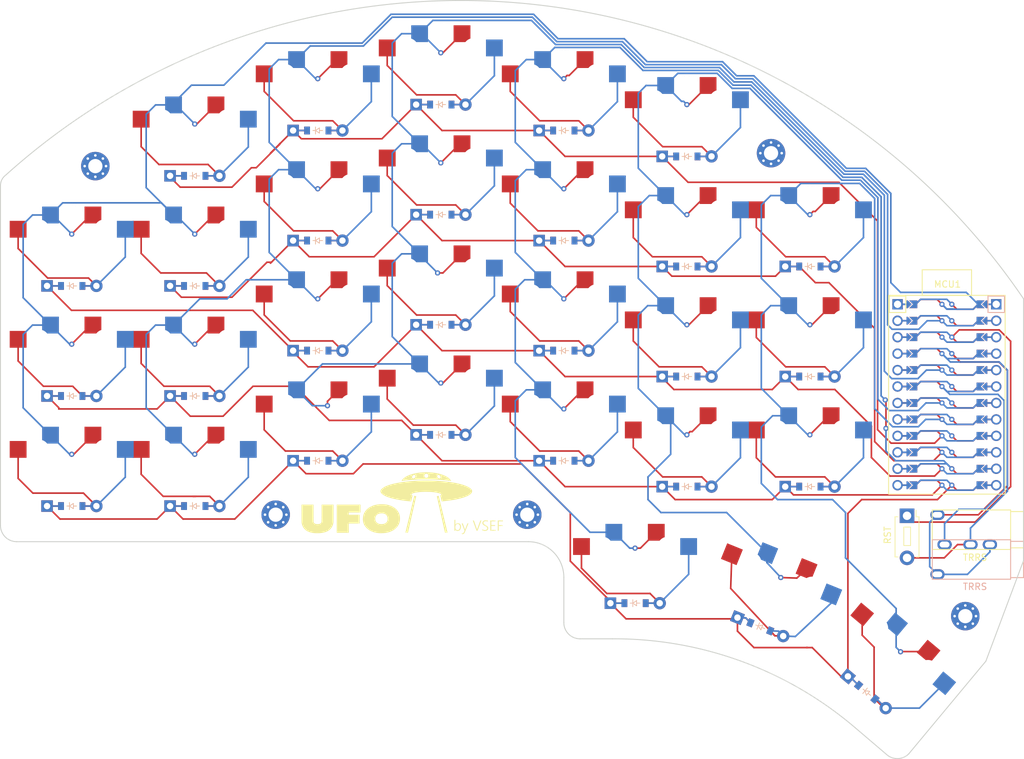
<source format=kicad_pcb>
(kicad_pcb (version 20240108) (generator "pcbnew") (generator_version "8.0")
  (title_block (title "ergovale") (rev "v1.0.0") (company "Unknown"))
  (layers (0 "F.Cu" signal) (31 "B.Cu" signal) (34 "B.Paste" user) (35 "F.Paste" user) (36 "B.SilkS" user "B.Silkscreen") (37 "F.SilkS" user "F.Silkscreen") (38 "B.Mask" user) (39 "F.Mask" user) (44 "Edge.Cuts" user))
  (net 0 "")
  (net 1 "P1")
  (net 2 "outer_bottom")
  (net 3 "P10")
  (net 4 "outer_home")
  (net 5 "P9")
  (net 6 "outer_home2")
  (net 7 "P8")
  (net 8 "P0")
  (net 9 "pinky_bottom")
  (net 10 "pinky_home")
  (net 11 "pinky_home2")
  (net 12 "P7")
  (net 13 "pinky_top")
  (net 14 "P6")
  (net 15 "P2")
  (net 16 "ring_bottom")
  (net 17 "ring_home")
  (net 18 "ring_home2")
  (net 19 "ring_top")
  (net 20 "middle_bottom")
  (net 21 "middle_home")
  (net 22 "middle_home2")
  (net 23 "middle_top")
  (net 24 "P3")
  (net 25 "index_bottom")
  (net 26 "index_home")
  (net 27 "index_home2")
  (net 28 "index_top")
  (net 29 "P4")
  (net 30 "index2_bottom")
  (net 31 "index2_home")
  (net 32 "index2_home2")
  (net 33 "index2_top")
  (net 34 "P5")
  (net 35 "inner_bottom")
  (net 36 "inner_home")
  (net 37 "inner_home2")
  (net 38 "near_thumb")
  (net 39 "home_thumb")
  (net 40 "far_thumb")
  (net 41 "RAW")
  (net 42 "GND")
  (net 43 "RST")
  (net 44 "VCC")
  (net 45 "P21")
  (net 46 "P20")
  (net 47 "P19")
  (net 48 "P18")
  (net 49 "P15")
  (net 50 "P14")
  (net 51 "P16")
  (footprint "PG1350" (layer "F.Cu") (at 188 112)
    (property "Reference" "S11" (hide yes))
    (property "Value" "" (hide yes))
  )
  (footprint "PG1350" (layer "F.Cu") (at 207 108)
    (property "Reference" "S15" (hide yes))
    (property "Value" "" (hide yes))
  )
  (footprint "ComboDiode" (layer "F.Cu") (at 245 121)
    (property "Reference" "D23" (hide yes))
    (property "Value" "" (hide yes))
  )
  (footprint "PG1350" (layer "F.Cu") (at 226 129)
    (property "Reference" "S18" (hide yes))
    (property "Value" "" (hide yes))
  )
  (footprint "PG1350" (layer "F.Cu") (at 226 163)
    (property "Reference" "S16" (hide yes))
    (property "Value" "" (hide yes))
  )
  (footprint "ProMicro" (layer "F.Cu") (at 285.158 157.81 -90)
    (property "Reference" "MCU1")
    (property "Value" "")
  )
  (footprint "PG1350" (layer "F.Cu") (at 169 170)
    (property "Reference" "S4" (hide yes))
    (property "Value" "" (hide yes))
  )
  (footprint "PG1350" (layer "F.Cu") (at 245 116)
    (property "Reference" "S23" (hide yes))
    (property "Value" "" (hide yes))
  )
  (footprint "TRRS-PJ-320A-dual" (layer "F.Cu") (at 295 180.95 -90)
    (property "Reference" "TRRS")
    (property "Value" "TRRS-PJ-320A-dual" (hide yes))
  )
  (footprint "ComboDiode" (layer "F.Cu") (at 169 124)
    (property "Reference" "D7" (hide yes))
    (property "Value" "" (hide yes))
  )
  (footprint "ComboDiode" (layer "F.Cu") (at 188 151)
    (property "Reference" "D9" (hide yes))
    (property "Value" "" (hide yes))
  )
  (footprint "Button_Switch_THT:SW_PUSH_1P1T_6x3.5mm_H4.3_APEM_MJTP1243" (layer "F.Cu") (at 279 176.5 -90)
    (property "Reference" "RST")
    (property "Value" "")
  )
  (footprint "PG1350" (layer "F.Cu") (at 169 153)
    (property "Reference" "S5" (hide yes))
    (property "Value" "" (hide yes))
  )
  (footprint "ComboDiode" (layer "F.Cu") (at 150 141)
    (property "Reference" "D3" (hide yes))
    (property "Value" "" (hide yes))
  )
  (footprint "PG1350" (layer "F.Cu") (at 245 150)
    (property "Reference" "S21" (hide yes))
    (property "Value" "" (hide yes))
  )
  (footprint "PG1350" (layer "F.Cu") (at 150 170)
    (property "Reference" "S1" (hide yes))
    (property "Value" "" (hide yes))
  )
  (footprint "Graphics_Library:ufo_logo_small" (layer "F.Cu") (at 201 174.5)
    (property "Reference" "G***" (hide yes))
    (property "Value" "LOGO" (hide yes))
  )
  (footprint "PG1350" (layer "F.Cu") (at 169 119)
    (property "Reference" "S7" (hide yes))
    (property "Value" "" (hide yes))
  )
  (footprint "ComboDiode" (layer "F.Cu") (at 150 158)
    (property "Reference" "D2" (hide yes))
    (property "Value" "" (hide yes))
  )
  (footprint "PG1350" (layer "F.Cu") (at 207 159)
    (property "Reference" "S12" (hide yes))
    (property "Value" "" (hide yes))
  )
  (footprint "ComboDiode" (layer "F.Cu") (at 237 190)
    (property "Reference" "D27" (hide yes))
    (property "Value" "" (hide yes))
  )
  (footprint "PG1350" (layer "F.Cu") (at 150 136)
    (property "Reference" "S3" (hide yes))
    (property "Value" "" (hide yes))
  )
  (footprint "ComboDiode" (layer "F.Cu") (at 245 155)
    (property "Reference" "D21" (hide yes))
    (property "Value" "" (hide yes))
  )
  (footprint "ComboDiode" (layer "F.Cu") (at 226 117)
    (property "Reference" "D19" (hide yes))
    (property "Value" "" (hide yes))
  )
  (footprint "PG1350" (layer "F.Cu") (at 207 125)
    (property "Reference" "S14" (hide yes))
    (property "Value" "" (hide yes))
  )
  (footprint "ComboDiode" (layer "F.Cu") (at 207 130)
    (property "Reference" "D14" (hide yes))
    (property "Value" "" (hide yes))
  )
  (footprint "PG1350" (layer "F.Cu") (at 258.218011 189.016879 -22)
    (property "Reference" "S28" (hide yes))
    (property "Value" "" (hide yes))
  )
  (footprint "PG1350" (layer "F.Cu") (at 150 153)
    (property "Reference" "S2" (hide yes))
    (property "Value" "" (hide yes))
  )
  (footprint "ComboDiode" (layer "F.Cu") (at 256.344978 193.652798 -22)
    (property "Reference" "D28" (hide yes))
    (property "Value" "" (hide yes))
  )
  (footprint "ComboDiode" (layer "F.Cu") (at 272.78885 203.754016 -40)
    (property "Reference" "D29" (hide yes))
    (property "Value" "" (hide yes))
  )
  (footprint "ComboDiode" (layer "F.Cu") (at 264 172)
    (property "Reference" "D24" (hide yes))
    (property "Value" "" (hide yes))
  )
  (footprint "ComboDiode" (layer "F.Cu") (at 188 117)
    (property "Reference" "D11" (hide yes))
    (property "Value" "" (hide yes))
  )
  (footprint "PG1350" (layer "F.Cu") (at 188 146)
    (property "Reference" "S9" (hide yes))
    (property "Value" "" (hide yes))
  )
  (footprint "PG1350" (layer "F.Cu") (at 245 167)
    (property "Reference" "S20" (hide yes))
    (property "Value" "" (hide yes))
  )
  (footprint "ComboDiode" (layer "F.Cu") (at 245 138)
    (property "Reference" "D22" (hide yes))
    (property "Value" "" (hide yes))
  )
  (footprint "PG1350" (layer "F.Cu") (at 264 150)
    (property "Reference" "S25" (hide yes))
    (property "Value" "" (hide yes))
  )
  (footprint "MountingHole:MountingHole_2.2mm_M2" (layer "F.Cu") (at 282 188.5)
    (property "Reference" "REF**" (hide yes))
    (property "Value" "MountingHole_2.2mm_M2" (hide yes))
  )
  (footprint "PG1350" (layer "F.Cu") (at 169 136)
    (property "Reference" "S6" (hide yes))
    (property "Value" "" (hide yes))
  )
  (footprint "PG1350" (layer "F.Cu") (at 245 133)
    (property "Reference" "S22" (hide yes))
    (property "Value" "" (hide yes))
  )
  (footprint "MountingHole:MountingHole_2.2mm_M2_Pad_Via" (layer "F.Cu") (at 153.65 122.5)
    (property "Reference" "REF**" (hide yes))
    (property "Value" "MountingHole_2.2mm_M2_Pad_Via" (hide yes))
  )
  (footprint "ComboDiode" (layer "F.Cu") (at 188 134)
    (property "Reference" "D10" (hide yes))
    (property "Value" "" (hide yes))
  )
  (footprint "MountingHole:MountingHole_2.2mm_M2" (layer "F.Cu") (at 291.5 139)
    (property "Reference" "REF**" (hide yes))
    (property "Value" "MountingHole_2.2mm_M2" (hide yes))
  )
  (footprint "ComboDiode" (layer "F.Cu") (at 245 172)
    (property "Reference" "D20" (hide yes))
    (property "Value" "" (hide yes))
  )
  (footprint "ComboDiode" (layer "F.Cu") (at 226 134)
    (property "Reference" "D18" (hide yes))
    (property "Value" "" (hide yes))
  )
  (footprint "ComboDiode" (layer "F.Cu") (at 207 113)
    (property "Reference" "D15" (hide yes))
    (property "Value" "" (hide yes))
  )
  (footprint "PG1350" (layer "F.Cu") (at 226 146)
    (property "Reference" "S17" (hide yes))
    (property "Value" "" (hide yes))
  )
  (footprint "PG1350" (layer "F.Cu") (at 188 163)
    (property "Reference" "S8" (hide yes))
    (property "Value" "" (hide yes))
  )
  (footprint "ComboDiode" (layer "F.Cu") (at 207 164)
    (property "Reference" "D12" (hide yes))
    (property "Value" "" (hide yes))
  )
  (footprint "MountingHole:MountingHole_2.2mm_M2_Pad_Via" (layer "F.Cu") (at 288 192)
    (property "Reference" "REF**" (hide yes))
    (property "Value" "MountingHole_2.2mm_M2_Pad_Via" (hide yes))
  )
  (footprint "PG1350" (layer "F.Cu") (at 188 129)
    (property "Reference" "S10" (hide yes))
    (property "Value" "" (hide yes))
  )
  (footprint "PG1350" (layer "F.Cu") (at 276.002788 199.923794 -40)
    (property "Reference" "S29" (hide yes))
    (property "Value" "" (hide yes))
  )
  (footprint "MountingHole:MountingHole_2.2mm_M2_Pad_Via" (layer "F.Cu") (at 258 120.5)
    (property "Reference" "REF**" (hide yes))
    (property "Value" "MountingHole_2.2mm_M2_Pad_Via" (hide yes))
  )
  (footprint "PG1350" (layer "F.Cu") (at 207 142)
    (property "Reference" "S13" (hide yes))
    (property "Value" "" (hide yes))
  )
  (footprint "ComboDiode" (layer "F.Cu") (at 150 175)
    (property "Reference" "D1" (hide yes))
    (property "Value" "" (hide yes))
  )
  (footprint "ComboDiode" (layer "F.Cu") (at 188 168)
    (property "Reference" "D8" (hide yes))
    (property "Value" "" (hide yes))
  )
  (footprint "PG1350" (layer "F.Cu") (at 237 185)
    (property "Reference" "S27" (hide yes))
    (property "Value" "" (hide yes))
  )
  (footprint "MountingHole:MountingHole_2.2mm_M2_Pad_Via" (layer "F.Cu") (at 220.35 176.333274)
    (property "Reference" "REF**" (hide yes))
    (property "Value" "MountingHole_2.2mm_M2_Pad_Via" (hide yes))
  )
  (footprint "ComboDiode" (layer "F.Cu") (at 226 151)
    (property "Reference" "D17" (hide yes))
    (property "Value" "" (hide yes))
  )
  (footprint "ComboDiode" (layer "F.Cu") (at 264 138)
    (property "Reference" "D26" (hide yes))
    (property "Value" "" (hide yes))
  )
  (footprint "ComboDiode" (layer "F.Cu") (at 169 175)
    (property "Reference" "D4" (hide yes))
    (property "Value" "" (hide yes))
  )
  (footprint "PG1350" (layer "F.Cu") (at 226 112)
    (property "Reference" "S19" (hide yes))
    (property "Value" "" (hide yes))
  )
  (footprint "ComboDiode" (layer "F.Cu") (at 169 141)
    (property "Reference" "D6" (hide yes))
    (property "Value" "" (hide yes))
  )
  (footprint "PG1350" (layer "F.Cu") (at 264 133)
    (property "Reference" "S26" (hide yes))
    (property "Value" "" (hide yes))
  )
  (footprint "ComboDiode" (layer "F.Cu") (at 226 168)
    (property "Reference" "D16" (hide yes))
    (property "Value" "" (hide yes))
  )
  (footprint "ComboDiode" (layer "F.Cu") (at 169 158)
    (property "Reference" "D5" (hide yes))
    (property "Value" "" (hide yes))
  )
  (footprint "ComboDiode" (layer "F.Cu") (at 264 155)
    (property "Reference" "D25" (hide yes))
    (property "Value" "" (hide yes))
  )
  (footprint "MountingHole:MountingHole_2.2mm_M2_Pad_Via" (layer "F.Cu") (at 181.5 176.333274)
    (property "Reference" "REF**" (hide yes))
    (property "Value" "MountingHole_2.2mm_M2_Pad_Via" (hide yes))
  )
  (footprint "MountingHole:MountingHole_2.2mm_M2" (layer "F.Cu") (at 278.5 139)
    (property "Reference" "REF**" (hide yes))
    (property "Value" "MountingHole_2.2mm_M2" (hide yes))
  )
  (footprint "ComboDiode" (layer "F.Cu") (at 207 147)
    (property "Reference" "D13" (hide yes))
    (property "Value" "" (hide yes))
  )
  (footprint "PG1350" (layer "F.Cu") (at 264 167)
    (property "Reference" "S24" (hide yes))
    (property "Value" "" (hide yes))
  )
  (gr_arc (start 139 125.5) (mid 139.211145 124.605573) (end 139.8 123.9) (stroke (width 0.15)) (layer "Edge.Cuts"))
  (gr_arc (start 139.8 123.9) (mid 222.74503 97.688811) (end 297 143) (stroke (width 0.15)) (layer "Edge.Cuts"))
  (gr_arc (start 141.5 180.5) (mid 139.732233 179.767767) (end 139 178) (stroke (width 0.15)) (layer "Edge.Cuts"))
  (gr_arc (start 228.5 195.5) (mid 226.732233 194.767767) (end 226 193) (stroke (width 0.15)) (layer "Edge.Cuts"))
  (gr_line (start 291.178547 198.950991) (end 279.267767 213.267767) (stroke (width 0.15)) (layer "Edge.Cuts"))
  (gr_line (start 139 178) (end 139 125.5) (stroke (width 0.15)) (layer "Edge.Cuts"))
  (gr_line (start 271 209.237608) (end 276 213.5) (stroke (width 0.15)) (layer "Edge.Cuts"))
  (gr_line (start 297 143) (end 297 183.4) (stroke (width 0.15)) (layer "Edge.Cuts"))
  (gr_line (start 226 193) (end 226 186) (stroke (width 0.15)) (layer "Edge.Cuts"))
  (gr_arc (start 220.5 180.5) (mid 224.389087 182.110913) (end 226 186) (stroke (width 0.15)) (layer "Edge.Cuts"))
  (gr_arc (start 233.5 195.500001) (mid 253.485996 198.99487) (end 271 209.237608) (stroke (width 0.15)) (layer "Edge.Cuts"))
  (gr_line (start 220.5 180.5) (end 141.5 180.5) (stroke (width 0.15)) (layer "Edge.Cuts"))
  (gr_arc (start 279.267767 213.267767) (mid 277.677223 213.99371) (end 276 213.5) (stroke (width 0.15)) (layer "Edge.Cuts"))
  (gr_line (start 228.5 195.5) (end 233.5 195.5) (stroke (width 0.15)) (layer "Edge.Cuts"))
  (gr_line (start 297 183.4) (end 291.178547 198.950991) (stroke (width 0.15)) (layer "Edge.Cuts"))
  (segment (start 169.325 116) (end 169 116) (width 0.25) (layer "F.Cu") (net 1))
  (segment (start 152.95 147.05) (end 153.275 147.05) (width 0.25) (layer "F.Cu") (net 1))
  (segment (start 150.325 167) (end 153.275 164.05) (width 0.25) (layer "F.Cu") (net 1))
  (segment (start 150 167) (end 150.325 167) (width 0.25) (layer "F.Cu") (net 1))
  (segment (start 171.95 130.05) (end 172.275 130.05) (width 0.25) (layer "F.Cu") (net 1))
  (segment (start 150 150) (end 152.95 147.05) (width 0.25) (layer "F.Cu") (net 1))
  (segment (start 150 133) (end 152.95 130.05) (width 0.25) (layer "F.Cu") (net 1))
  (segment (start 169 133) (end 171.95 130.05) (width 0.25) (layer "F.Cu") (net 1))
  (segment (start 152.95 130.05) (end 153.275 130.05) (width 0.25) (layer "F.Cu") (net 1))
  (segment (start 172.275 113.05) (end 169.325 116) (width 0.25) (layer "F.Cu") (net 1))
  (via (at 169 133) (size 0.8) (drill 0.4) (layers "F.Cu" "B.Cu") (net 1))
  (via (at 150 167) (size 0.8) (drill 0.4) (layers "F.Cu" "B.Cu") (net 1))
  (via (at 150 133) (size 0.8) (drill 0.4) (layers "F.Cu" "B.Cu") (net 1))
  (via (at 169 116) (size 0.8) (drill 0.4) (layers "F.Cu" "B.Cu") (net 1))
  (via (at 150 150) (size 0.8) (drill 0.4) (layers "F.Cu" "B.Cu") (net 1))
  (segment (start 276.386396 126.613604) (end 276.5 126.727208) (width 0.25) (layer "B.Cu") (net 1))
  (segment (start 165.725 130.05) (end 166.05 130.05) (width 0.25) (layer "B.Cu") (net 1))
  (segment (start 142.5 131.5) (end 143.95 130.05) (width 0.25) (layer "B.Cu") (net 1))
  (segment (start 149.675 150) (end 150 150) (width 0.25) (layer "B.Cu") (net 1))
  (segment (start 286.220305 144.565) (end 285.121 144.565) (width 0.25) (layer "B.Cu") (net 1))
  (segment (start 142.5 159.825) (end 146.725 164.05) (width 0.25) (layer "B.Cu") (net 1))
  (segment (start 165.725 112.775) (end 168.5 110) (width 0.25) (layer "B.Cu") (net 1))
  (segment (start 166.05 113.05) (end 165.725 113.05) (width 0.25) (layer "B.Cu") (net 1))
  (segment (start 288.144 142) (end 289.984 143.84) (width 0.25) (layer "B.Cu") (net 1))
  (segment (start 142.5 148.5) (end 142.5 159.825) (width 0.25) (layer "B.Cu") (net 1))
  (segment (start 173.5 110) (end 180 103.5) (width 0.25) (layer "B.Cu") (net 1))
  (segment (start 169 116) (end 166.05 113.05) (width 0.25) (layer "B.Cu") (net 1))
  (segment (start 255.345584 108.55) (end 269.645584 122.85) (width 0.25) (layer "B.Cu") (net 1))
  (segment (start 149.675 167) (end 150 167) (width 0.25) (layer "B.Cu") (net 1))
  (segment (start 163.85 128.175) (end 148.6 128.175) (width 0.25) (layer "B.Cu") (net 1))
  (segment (start 238.875 106.375) (end 250.511396 106.375) (width 0.25) (layer "B.Cu") (net 1))
  (segment (start 250.511396 106.375) (end 252.686396 108.55) (width 0.25) (layer "B.Cu") (net 1))
  (segment (start 252.686396 108.55) (end 255.345584 108.55) (width 0.25) (layer "B.Cu") (net 1))
  (segment (start 199.313604 99.05) (end 221.322792 99.05) (width 0.25) (layer "B.Cu") (net 1))
  (segment (start 148.6 128.175) (end 146.725 130.05) (width 0.25) (layer "B.Cu") (net 1))
  (segment (start 165.725 113.05) (end 165.725 112.775) (width 0.25) (layer "B.Cu") (net 1))
  (segment (start 285.121 144.565) (end 284.396 143.84) (width 0.25) (layer "B.Cu") (net 1))
  (segment (start 161.5 114.5) (end 161.5 125.825) (width 0.25) (layer "B.Cu") (net 1))
  (segment (start 225.097792 102.825) (end 235.325 102.825) (width 0.25) (layer "B.Cu") (net 1))
  (segment (start 180 103.5) (end 194.863604 103.5) (width 0.25) (layer "B.Cu") (net 1))
  (segment (start 165.725 113.05) (end 162.95 113.05) (width 0.25) (layer "B.Cu") (net 1))
  (segment (start 142.5 142.825) (end 142.5 131.5) (width 0.25) (layer "B.Cu") (net 1))
  (segment (start 194.863604 103.5) (end 199.313604 99.05) (width 0.25) (layer "B.Cu") (net 1))
  (segment (start 143.95 130.05) (end 146.725 130.05) (width 0.25) (layer "B.Cu") (net 1))
  (segment (start 221.322792 99.05) (end 225.097792 102.825) (width 0.25) (layer "B.Cu") (net 1))
  (segment (start 146.725 147.05) (end 143.95 147.05) (width 0.25) (layer "B.Cu") (net 1))
  (segment (start 143.95 147.05) (end 142.5 148.5) (width 0.25) (layer "B.Cu") (net 1))
  (segment (start 272.622792 122.85) (end 276.386396 126.613604) (width 0.25) (layer "B.Cu") (net 1))
  (segment (start 146.725 147.05) (end 142.5 142.825) (width 0.25) (layer "B.Cu") (net 1))
  (segment (start 165.725 130.05) (end 163.85 128.175) (width 0.25) (layer "B.Cu") (net 1))
  (segment (start 162.95 113.05) (end 161.5 114.5) (width 0.25) (layer "B.Cu") (net 1))
  (segment (start 269.645584 122.85) (end 272.622792 122.85) (width 0.25) (layer "B.Cu") (net 1))
  (segment (start 147.05 130.05) (end 150 133) (width 0.25) (layer "B.Cu") (net 1))
  (segment (start 146.725 147.05) (end 149.675 150) (width 0.25) (layer "B.Cu") (net 1))
  (segment (start 276.5 126.727208) (end 276.5 140.5) (width 0.25) (layer "B.Cu") (net 1))
  (segment (start 166.05 130.05) (end 169 133) (width 0.25) (layer "B.Cu") (net 1))
  (segment (start 235.325 102.825) (end 238.875 106.375) (width 0.25) (layer "B.Cu") (net 1))
  (segment (start 276.5 140.5) (end 278 142) (width 0.25) (layer "B.Cu") (net 1))
  (segment (start 168.5 110) (end 173.5 110) (width 0.25) (layer "B.Cu") (net 1))
  (segment (start 161.5 125.825) (end 165.725 130.05) (width 0.25) (layer "B.Cu") (net 1))
  (segment (start 146.725 130.05) (end 147.05 130.05) (width 0.25) (layer "B.Cu") (net 1))
  (segment (start 278 142) (end 288.144 142) (width 0.25) (layer "B.Cu") (net 1))
  (segment (start 146.725 164.05) (end 149.675 167) (width 0.25) (layer "B.Cu") (net 1))
  (segment (start 141.725 166.25) (end 141.725 170.725) (width 0.25) (layer "F.Cu") (net 2))
  (segment (start 144 173) (end 151.81 173) (width 0.25) (layer "F.Cu") (net 2))
  (segment (start 153.81 175) (end 151.65 175) (width 0.25) (layer "F.Cu") (net 2))
  (segment (start 141.725 170.725) (end 144 173) (width 0.25) (layer "F.Cu") (net 2))
  (segment (start 151.81 173) (end 153.81 175) (width 0.25) (layer "F.Cu") (net 2))
  (segment (start 153.81 175) (end 158.275 170.535) (width 0.25) (layer "B.Cu") (net 2))
  (segment (start 153.81 175) (end 151.65 175) (width 0.25) (layer "B.Cu") (net 2))
  (segment (start 158.275 170.535) (end 158.275 166.25) (width 0.25) (layer "B.Cu") (net 2))
  (segment (start 269.870221 201.304995) (end 270.136456 201.304995) (width 0.25) (layer "F.Cu") (net 3))
  (segment (start 269.870221 176.129779) (end 272 174) (width 0.25) (layer "F.Cu") (net 3))
  (segment (start 252.812407 194.312407) (end 252.812407 192.225547) (width 0.25) (layer "F.Cu") (net 3))
  (segment (start 233.19 190) (end 235.608641 192.418641) (width 0.25) (layer "F.Cu") (net 3))
  (segment (start 148.19 177) (end 146.19 175) (width 0.25) (layer "F.Cu") (net 3))
  (segment (start 184.19 168) (end 186.19 170) (width 0.25) (layer "F.Cu") (net 3))
  (segment (start 165.19 175) (end 167.19 177) (width 0.25) (layer "F.Cu") (net 3))
  (segment (start 167.19 177) (end 175.19 177) (width 0.25) (layer "F.Cu") (net 3))
  (segment (start 146.19 175) (end 148.35 175) (width 0.25) (layer "F.Cu") (net 3))
  (segment (start 263.5 196.855529) (end 264.355529 196.855529) (width 0.25) (layer "F.Cu") (net 3))
  (segment (start 269.870221 201.304995) (end 269.870221 176.129779) (width 0.25) (layer "F.Cu") (net 3))
  (segment (start 193.5 170) (end 195 168.5) (width 0.25) (layer "F.Cu") (net 3))
  (segment (start 272 174) (end 283.7 174) (width 0.25) (layer "F.Cu") (net 3))
  (segment (start 175.19 177) (end 184.19 168) (width 0.25) (layer "F.Cu") (net 3))
  (segment (start 165.19 175) (end 167.35 175) (width 0.25) (layer "F.Cu") (net 3))
  (segment (start 186.19 170) (end 193.5 170) (width 0.25) (layer "F.Cu") (net 3))
  (segment (start 268.804995 201.304995) (end 269.870221 201.304995) (width 0.25) (layer "F.Cu") (net 3))
  (segment (start 233.19 189.69) (end 233.19 190) (width 0.25) (layer "F.Cu") (net 3))
  (segment (start 233.19 190) (end 235.35 190) (width 0.25) (layer "F.Cu") (net 3))
  (segment (start 252.812407 192.225547) (end 254.102592 192.2706) (width 0.25) (layer "F.Cu") (net 3))
  (segment (start 163.19 177) (end 148.19 177) (width 0.25) (layer "F.Cu") (net 3))
  (segment (start 219.5 168.5) (end 227 176) (width 0.25) (layer "F.Cu") (net 3))
  (segment (start 235.608641 192.418641) (end 252.526798 192.418641) (width 0.25) (layer "F.Cu") (net 3))
  (segment (start 263.5 196.855529) (end 255.355529 196.855529) (width 0.25) (layer "F.Cu") (net 3))
  (segment (start 227 176) (end 227 183.5) (width 0.25) (layer "F.Cu") (net 3))
  (segment (start 227 183.5) (end 233.19 189.69) (width 0.25) (layer "F.Cu") (net 3))
  (segment (start 270.136456 201.304995) (end 271.524877 202.693416) (width 0.25) (layer "F.Cu") (net 3))
  (segment (start 165.19 175) (end 163.19 177) (width 0.25) (layer "F.Cu") (net 3))
  (segment (start 195 168.5) (end 219.5 168.5) (width 0.25) (layer "F.Cu") (net 3))
  (segment (start 283.7 174) (end 285.92 171.78) (width 0.25) (layer "F.Cu") (net 3))
  (segment (start 254.102592 192.2706) (end 254.815125 193.034697) (width 0.25) (layer "F.Cu") (net 3))
  (segment (start 264.355529 196.855529) (end 268.804995 201.304995) (width 0.25) (layer "F.Cu") (net 3))
  (segment (start 263.5 196.855529) (end 263.644471 196.855529) (width 0.25) (layer "F.Cu") (net 3))
  (segment (start 184.19 168) (end 186.35 168) (width 0.25) (layer "F.Cu") (net 3))
  (segment (start 255.355529 196.855529) (end 252.812407 194.312407) (width 0.25) (layer "F.Cu") (net 3))
  (segment (start 252.812407 192.225547) (end 254.102592 192.2706) (width 0.25) (layer "B.Cu") (net 3))
  (segment (start 165.19 175) (end 167.35 175) (width 0.25) (layer "B.Cu") (net 3))
  (segment (start 269.870221 201.304995) (end 270.136456 201.304995) (width 0.25) (layer "B.Cu") (net 3))
  (segment (start 270.136456 201.304995) (end 271.524877 202.693416) (width 0.25) (layer "B.Cu") (net 3))
  (segment (start 254.102592 192.2706) (end 254.815125 193.034697) (width 0.25) (layer "B.Cu") (net 3))
  (segment (start 146.19 175) (end 148.35 175) (width 0.25) (layer "B.Cu") (net 3))
  (segment (start 233.19 190) (end 235.35 190) (width 0.25) (layer "B.Cu") (net 3))
  (segment (start 184.19 168) (end 186.35 168) (width 0.25) (layer "B.Cu") (net 3))
  (segment (start 141.725 152.591842) (end 145.633158 156.5) (width 0.25) (layer "F.Cu") (net 4))
  (segment (start 153.81 158) (end 151.65 158) (width 0.25) (layer "F.Cu") (net 4))
  (segment (start 145.633158 156.5) (end 150.15 156.5) (width 0.25) (layer "F.Cu") (net 4))
  (segment (start 150.15 156.5) (end 151.65 158) (width 0.25) (layer "F.Cu") (net 4))
  (segment (start 141.725 149.25) (end 141.725 152.591842) (width 0.25) (layer "F.Cu") (net 4))
  (segment (start 153.81 158) (end 151.65 158) (width 0.25) (layer "B.Cu") (net 4))
  (segment (start 158.275 153.535) (end 158.275 149.25) (width 0.25) (layer "B.Cu") (net 4))
  (segment (start 153.81 158) (end 158.275 153.535) (width 0.25) (layer "B.Cu") (net 4))
  (segment (start 148 159.81) (end 148 160) (width 0.25) (layer "F.Cu") (net 5))
  (segment (start 173.375 161.125) (end 178 156.5) (width 0.25) (layer "F.Cu") (net 5))
  (segment (start 148 160) (end 163.19 160) (width 0.25) (layer "F.Cu") (net 5))
  (segment (start 189.7741 161.7741) (end 200.9641 161.7741) (width 0.25) (layer "F.Cu") (net 5))
  (segment (start 243.19 174) (end 258.19 174) (width 0.25) (layer "F.Cu") (net 5))
  (segment (start 163.19 160) (end 165.19 158) (width 0.25) (layer "F.Cu") (net 5))
  (segment (start 222.19 168) (end 224.35 168) (width 0.25) (layer "F.Cu") (net 5))
  (segment (start 178 156.5) (end 184.5 156.5) (width 0.25) (layer "F.Cu") (net 5))
  (segment (start 260.19 172) (end 261.4675 173.2775) (width 0.25) (layer "F.Cu") (net 5))
  (segment (start 168.315 161.125) (end 173.375 161.125) (width 0.25) (layer "F.Cu") (net 5))
  (segment (start 200.9641 161.7741) (end 203.19 164) (width 0.25) (layer "F.Cu") (net 5))
  (segment (start 241.19 172) (end 243.35 172) (width 0.25) (layer "F.Cu") (net 5))
  (segment (start 261.4675 173.2775) (end 282.8985 173.2775) (width 0.25) (layer "F.Cu") (net 5))
  (segment (start 202.69 164.5) (end 203.19 164) (width 0.25) (layer "F.Cu") (net 5))
  (segment (start 226.19 172) (end 241.19 172) (width 0.25) (layer "F.Cu") (net 5))
  (segment (start 203.19 164) (end 205.35 164) (width 0.25) (layer "F.Cu") (net 5))
  (segment (start 203.19 164) (end 207.19 168) (width 0.25) (layer "F.Cu") (net 5))
  (segment (start 258.19 174) (end 260.19 172) (width 0.25) (layer "F.Cu") (net 5))
  (segment (start 146.19 158) (end 148 159.81) (width 0.25) (layer "F.Cu") (net 5))
  (segment (start 282.8985 173.2775) (end 284.396 171.78) (width 0.25) (layer "F.Cu") (net 5))
  (segment (start 262.35 172) (end 260.19 172) (width 0.25) (layer "F.Cu") (net 5))
  (segment (start 165.19 158) (end 167.35 158) (width 0.25) (layer "F.Cu") (net 5))
  (segment (start 184.5 156.5) (end 189.7741 161.7741) (width 0.25) (layer "F.Cu") (net 5))
  (segment (start 207.19 168) (end 222.19 168) (width 0.25) (layer "F.Cu") (net 5))
  (segment (start 222.19 168) (end 226.19 172) (width 0.25) (layer "F.Cu") (net 5))
  (segment (start 241.19 172) (end 243.19 174) (width 0.25) (layer "F.Cu") (net 5))
  (segment (start 165.19 158) (end 168.315 161.125) (width 0.25) (layer "F.Cu") (net 5))
  (segment (start 146.19 158) (end 148.35 158) (width 0.25) (layer "F.Cu") (net 5))
  (segment (start 241.19 172) (end 243.35 172) (width 0.25) (layer "B.Cu") (net 5))
  (segment (start 260.19 172) (end 262.35 172) (width 0.25) (layer "B.Cu") (net 5))
  (segment (start 148.35 158) (end 146.19 158) (width 0.25) (layer "B.Cu") (net 5))
  (segment (start 222.19 168) (end 224.35 168) (width 0.25) (layer "B.Cu") (net 5))
  (segment (start 203.19 164) (end 205.35 164) (width 0.25) (layer "B.Cu") (net 5))
  (segment (start 165.19 158) (end 167.35 158) (width 0.25) (layer "B.Cu") (net 5))
  (segment (start 141.725 135.225) (end 146.286 139.786) (width 0.25) (layer "F.Cu") (net 6))
  (segment (start 152.596 139.786) (end 153.81 141) (width 0.25) (layer "F.Cu") (net 6))
  (segment (start 141.725 132.25) (end 141.725 135.225) (width 0.25) (layer "F.Cu") (net 6))
  (segment (start 146.286 139.786) (end 152.596 139.786) (width 0.25) (layer "F.Cu") (net 6))
  (segment (start 153.81 141) (end 151.65 141) (width 0.25) (layer "F.Cu") (net 6))
  (segment (start 158.275 136.535) (end 158.275 132.25) (width 0.25) (layer "B.Cu") (net 6))
  (segment (start 153.81 141) (end 158.275 136.535) (width 0.25) (layer "B.Cu") (net 6))
  (segment (start 153.81 141) (end 151.65 141) (width 0.25) (layer "B.Cu") (net 6))
  (segment (start 226.19 155) (end 241.19 155) (width 0.25) (layer "F.Cu") (net 7))
  (segment (start 273.5 167.5) (end 276.365 170.365) (width 0.25) (layer "F.Cu") (net 7))
  (segment (start 184.19 151) (end 184.19 151.19) (width 0.25) (layer "F.Cu") (net 7))
  (segment (start 283.271 170.365) (end 284.396 169.24) (width 0.25) (layer "F.Cu") (net 7))
  (segment (start 241.19 155) (end 243.35 155) (width 0.25) (layer "F.Cu") (net 7))
  (segment (start 146.19 141) (end 148.35 141) (width 0.25) (layer "F.Cu") (net 7))
  (segment (start 243 157) (end 258.19 157) (width 0.25) (layer "F.Cu") (net 7))
  (segment (start 184.19 151.19) (end 186.5 153.5) (width 0.25) (layer "F.Cu") (net 7))
  (segment (start 273.5 162.64701) (end 273.5 167.5) (width 0.25) (layer "F.Cu") (net 7))
  (segment (start 222.19 151) (end 224.35 151) (width 0.25) (layer "F.Cu") (net 7))
  (segment (start 258.19 157) (end 260.19 155) (width 0.25) (layer "F.Cu") (net 7))
  (segment (start 276.365 170.365) (end 283.271 170.365) (width 0.25) (layer "F.Cu") (net 7))
  (segment (start 241.19 155) (end 241.19 155.19) (width 0.25) (layer "F.Cu") (net 7))
  (segment (start 196.69 153.5) (end 203.19 147) (width 0.25) (layer "F.Cu") (net 7))
  (segment (start 241.19 155.19) (end 243 157) (width 0.25) (layer "F.Cu") (net 7))
  (segment (start 207.19 151) (end 222.19 151) (width 0.25) (layer "F.Cu") (net 7))
  (segment (start 184.19 151) (end 186.35 151) (width 0.25) (layer "F.Cu") (net 7))
  (segment (start 260.19 155) (end 262.19 157) (width 0.25) (layer "F.Cu") (net 7))
  (segment (start 146.19 141) (end 149.9641 144.7741) (width 0.25) (layer "F.Cu") (net 7))
  (segment (start 186.5 153.5) (end 196.69 153.5) (width 0.25) (layer "F.Cu") (net 7))
  (segment (start 267.85299 157) (end 273.5 162.64701) (width 0.25) (layer "F.Cu") (net 7))
  (segment (start 262.19 157) (end 267.85299 157) (width 0.25) (layer "F.Cu") (net 7))
  (segment (start 177.9641 144.7741) (end 184.19 151) (width 0.25) (layer "F.Cu") (net 7))
  (segment (start 260.19 155) (end 262.35 155) (width 0.25) (layer "F.Cu") (net 7))
  (segment (start 222.19 151) (end 226.19 155) (width 0.25) (layer "F.Cu") (net 7))
  (segment (start 203.19 147) (end 205.35 147) (width 0.25) (layer "F.Cu") (net 7))
  (segment (start 203.19 147) (end 207.19 151) (width 0.25) (layer "F.Cu") (net 7))
  (segment (start 149.9641 144.7741) (end 177.9641 144.7741) (width 0.25) (layer "F.Cu") (net 7))
  (segment (start 241.19 155) (end 243.35 155) (width 0.25) (layer "B.Cu") (net 7))
  (segment (start 184.19 151) (end 186.35 151) (width 0.25) (layer "B.Cu") (net 7))
  (segment (start 205.35 147) (end 203.19 147) (width 0.25) (layer "B.Cu") (net 7))
  (segment (start 260.19 155) (end 262.35 155) (width 0.25) (layer "B.Cu") (net 7))
  (segment (start 146.19 141) (end 148.35 141) (width 0.25) (layer "B.Cu") (net 7))
  (segment (start 222.19 151) (end 224.35 151) (width 0.25) (layer "B.Cu") (net 7))
  (segment (start 188 126) (end 188.325 126) (width 0.25) (layer "F.Cu") (net 8))
  (segment (start 188 109) (end 190.95 106.05) (width 0.25) (layer "F.Cu") (net 8))
  (segment (start 190.95 106.05) (end 191.275 106.05) (width 0.25) (layer "F.Cu") (net 8))
  (segment (start 171.95 147.05) (end 172.275 147.05) (width 0.25) (layer "F.Cu") (net 8))
  (segment (start 169 150) (end 171.95 147.05) (width 0.25) (layer "F.Cu") (net 8))
  (segment (start 188.325 126) (end 191.275 123.05) (width 0.25) (layer "F.Cu") (net 8))
  (segment (start 190.95 140.05) (end 191.275 140.05) (width 0.25) (layer "F.Cu") (net 8))
  (segment (start 188 143) (end 190.95 140.05) (width 0.25) (layer "F.Cu") (net 8))
  (segment (start 169 167) (end 171.95 164.05) (width 0.25) (layer "F.Cu") (net 8))
  (segment (start 171.95 164.05) (end 172.275 164.05) (width 0.25) (layer "F.Cu") (net 8))
  (via (at 188 109) (size 0.8) (drill 0.4) (layers "F.Cu" "B.Cu") (net 8))
  (via (at 188 143) (size 0.8) (drill 0.4) (layers "F.Cu" "B.Cu") (net 8))
  (via (at 169 167) (size 0.8) (drill 0.4) (layers "F.Cu" "B.Cu") (net 8))
  (via (at 169 150) (size 0.8) (drill 0.4) (layers "F.Cu" "B.Cu") (net 8))
  (via (at 188 126) (size 0.8) (drill 0.4) (layers "F.Cu" "B.Cu") (net 8))
  (segment (start 238.597792 106.825) (end 250.325 106.825) (width 0.25) (layer "B.Cu") (net 8))
  (segment (start 235.047792 103.275) (end 238.597792 106.825) (width 0.25) (layer "B.Cu") (net 8))
  (segment (start 184.725 140.05) (end 180.5 135.825) (width 0.25) (layer "B.Cu") (net 8))
  (segment (start 168.675 150) (end 169 150) (width 0.25) (layer "B.Cu") (net 8))
  (segment (start 269.459188 123.3) (end 272.436396 123.3) (width 0.25) (layer "B.Cu") (net 8))
  (segment (start 186.825 103.95) (end 195.05 103.95) (width 0.25) (layer "B.Cu") (net 8))
  (segment (start 169.775 143) (end 174 143) (width 0.25) (layer "B.Cu") (net 8))
  (segment (start 161.5 159.825) (end 161.5 148.5) (width 0.25) (layer "B.Cu") (net 8))
  (segment (start 224.911396 103.275) (end 235.047792 103.275) (width 0.25) (layer "B.Cu") (net 8))
  (segment (start 272.436396 123.3) (end 276 126.863604) (width 0.25) (layer "B.Cu") (net 8))
  (segment (start 250.325 106.825) (end 252.5 109) (width 0.25) (layer "B.Cu") (net 8))
  (segment (start 255.159188 109) (end 269.459188 123.3) (width 0.25) (layer "B.Cu") (net 8))
  (segment (start 187.675 109) (end 188 109) (width 0.25) (layer "B.Cu") (net 8))
  (segment (start 174 143) (end 176.95 140.05) (width 0.25) (layer "B.Cu") (net 8))
  (segment (start 276.699 147.699) (end 280.801 147.699) (width 0.25) (layer "B.Cu") (net 8))
  (segment (start 180.5 118.825) (end 180.5 107.5) (width 0.25) (layer "B.Cu") (net 8))
  (segment (start 184.725 123.05) (end 187.675 126) (width 0.25) (layer "B.Cu") (net 8))
  (segment (start 165.725 147.05) (end 168.675 150) (width 0.25) (layer "B.Cu") (net 8))
  (segment (start 165.725 147.05) (end 169.775 143) (width 0.25) (layer "B.Cu") (net 8))
  (segment (start 162.95 147.05) (end 165.725 147.05) (width 0.25) (layer "B.Cu") (net 8))
  (segment (start 161.5 148.5) (end 162.95 147.05) (width 0.25) (layer "B.Cu") (net 8))
  (segment (start 165.725 164.05) (end 168.675 167) (width 0.25) (layer "B.Cu") (net 8))
  (segment (start 181.95 123.05) (end 184.725 123.05) (width 0.25) (layer "B.Cu") (net 8))
  (segment (start 276 126.863604) (end 276 147) (width 0.25) (layer "B.Cu") (net 8))
  (segment (start 276 147) (end 276.699 147.699) (width 0.25) (layer "B.Cu") (net 8))
  (segment (start 180.5 124.5) (end 181.95 123.05) (width 0.25) (layer "B.Cu") (net 8))
  (segment (start 165.725 164.05) (end 161.5 159.825) (width 0.25) (layer "B.Cu") (net 8))
  (segment (start 180.5 107.5) (end 181.95 106.05) (width 0.25) (layer "B.Cu") (net 8))
  (segment (start 280.801 147.699) (end 282.12 146.38) (width 0.25) (layer "B.Cu") (net 8))
  (segment (start 184.725 106.05) (end 186.825 103.95) (width 0.25) (layer "B.Cu") (net 8))
  (segment (start 282.12 146.38) (end 284.396 146.38) (width 0.25) (layer "B.Cu") (net 8))
  (segment (start 181.95 106.05) (end 184.725 106.05) (width 0.25) (layer "B.Cu") (net 8))
  (segment (start 184.725 106.05) (end 187.675 109) (width 0.25) (layer "B.Cu") (net 8))
  (segment (start 252.5 109) (end 255.159188 109) (width 0.25) (layer "B.Cu") (net 8))
  (segment (start 184.725 140.05) (end 187.675 143) (width 0.25) (layer "B.Cu") (net 8))
  (segment (start 184.725 123.05) (end 180.5 118.825) (width 0.25) (layer "B.Cu") (net 8))
  (segment (start 199.5 99.5) (end 221.136396 99.5) (width 0.25) (layer "B.Cu") (net 8))
  (segment (start 187.675 143) (end 188 143) (width 0.25) (layer "B.Cu") (net 8))
  (segment (start 176.95 140.05) (end 184.725 140.05) (width 0.25) (layer "B.Cu") (net 8))
  (segment (start 187.675 126) (end 188 126) (width 0.25) (layer "B.Cu") (net 8))
  (segment (start 180.5 135.825) (end 180.5 124.5) (width 0.25) (layer "B.Cu") (net 8))
  (segment (start 168.675 167) (end 169 167) (width 0.25) (layer "B.Cu") (net 8))
  (segment (start 195.05 103.95) (end 199.5 99.5) (width 0.25) (layer "B.Cu") (net 8))
  (segment (start 221.136396 99.5) (end 224.911396 103.275) (width 0.25) (layer "B.Cu") (net 8))
  (segment (start 160.725 166.25) (end 160.725 170.091842) (width 0.25) (layer "F.Cu") (net 9))
  (segment (start 160.725 170.091842) (end 164.133158 173.5) (width 0.25) (layer "F.Cu") (net 9))
  (segment (start 164.133158 173.5) (end 168.75 173.5) (width 0.25) (layer "F.Cu") (net 9))
  (segment (start 171.31 173.5) (end 168.75 173.5) (width 0.25) (layer "F.Cu") (net 9))
  (segment (start 168.75 173.5) (end 169.15 173.5) (width 0.25) (layer "F.Cu") (net 9))
  (segment (start 172.81 175) (end 171.31 173.5) (width 0.25) (layer "F.Cu") (net 9))
  (segment (start 170.65 175) (end 172.81 175) (width 0.25) (layer "F.Cu") (net 9))
  (segment (start 172.81 175) (end 177.275 170.535) (width 0.25) (layer "B.Cu") (net 9))
  (segment (start 177.275 170.535) (end 177.275 166.25) (width 0.25) (layer "B.Cu") (net 9))
  (segment (start 172.81 175) (end 170.65 175) (width 0.25) (layer "B.Cu") (net 9))
  (segment (start 171.31 156.5) (end 172.81 158) (width 0.25) (layer "F.Cu") (net 10))
  (segment (start 160.725 152.975) (end 164.25 156.5) (width 0.25) (layer "F.Cu") (net 10))
  (segment (start 172.81 158) (end 170.65 158) (width 0.25) (layer "F.Cu") (net 10))
  (segment (start 160.725 149.25) (end 160.725 152.975) (width 0.25) (layer "F.Cu") (net 10))
  (segment (start 164.25 156.5) (end 171.31 156.5) (width 0.25) (layer "F.Cu") (net 10))
  (segment (start 172.81 158) (end 177.275 153.535) (width 0.25) (layer "B.Cu") (net 10))
  (segment (start 172.81 158) (end 170.65 158) (width 0.25) (layer "B.Cu") (net 10))
  (segment (start 177.275 153.535) (end 177.275 149.25) (width 0.25) (layer "B.Cu") (net 10))
  (segment (start 170.65 141) (end 172.81 141) (width 0.25) (layer "F.Cu") (net 11))
  (segment (start 160.725 135.975) (end 160.725 132.25) (width 0.25) (layer "F.Cu") (net 11))
  (segment (start 172.81 141) (end 170.81 139) (width 0.25) (layer "F.Cu") (net 11))
  (segment (start 163.75 139) (end 160.725 135.975) (width 0.25) (layer "F.Cu") (net 11))
  (segment (start 170.81 139) (end 163.75 139) (width 0.25) (layer "F.Cu") (net 11))
  (segment (start 172.81 141) (end 177.275 136.535) (width 0.25) (layer "B.Cu") (net 11))
  (segment (start 177.275 136.535) (end 177.275 132.25) (width 0.25) (layer "B.Cu") (net 11))
  (segment (start 172.81 141) (end 170.65 141) (width 0.25) (layer "B.Cu") (net 11))
  (segment (start 180.845 137.345) (end 180.155 137.345) (width 0.25) (layer "F.Cu") (net 12))
  (segment (start 274 147.560991) (end 274 165.042991) (width 0.25) (layer "F.Cu") (net 12))
  (segment (start 264.85 140.5) (end 266.939009 140.5) (width 0.25) (layer "F.Cu") (net 12))
  (segment (start 180.155 137.345) (end 174.75 142.75) (width 0.25) (layer "F.Cu") (net 12))
  (segment (start 283.096 168) (end 284.396 166.7) (width 0.25) (layer "F.Cu") (net 12))
  (segment (start 242.69 139.5) (end 258.69 139.5) (width 0.25) (layer "F.Cu") (net 12))
  (segment (start 174.75 142.75) (end 166.94 142.75) (width 0.25) (layer "F.Cu") (net 12))
  (segment (start 186.69 136.5) (end 196.69 136.5) (width 0.25) (layer "F.Cu") (net 12))
  (segment (start 241.19 138) (end 243.35 138) (width 0.25) (layer "F.Cu") (net 12))
  (segment (start 184.19 134) (end 186.69 136.5) (width 0.25) (layer "F.Cu") (net 12))
  (segment (start 258.69 139.5) (end 260.19 138) (width 0.25) (layer "F.Cu") (net 12))
  (segment (start 196.69 136.5) (end 203.19 130) (width 0.25) (layer "F.Cu") (net 12))
  (segment (start 184.19 134) (end 184.19 133.81) (width 0.25) (layer "F.Cu") (net 12))
  (segment (start 207.19 134) (end 222.19 134) (width 0.25) (layer "F.Cu") (net 12))
  (segment (start 184.19 134) (end 186.35 134) (width 0.25) (layer "F.Cu") (net 12))
  (segment (start 276.957009 168) (end 283.096 168) (width 0.25) (layer "F.Cu") (net 12))
  (segment (start 222.19 134) (end 226.19 138) (width 0.25) (layer "F.Cu") (net 12))
  (segment (start 203.19 130) (end 205.35 130) (width 0.25) (layer "F.Cu") (net 12))
  (segment (start 226.19 138) (end 241.19 138) (width 0.25) (layer "F.Cu") (net 12))
  (segment (start 260.19 138) (end 262.35 138) (width 0.25) (layer "F.Cu") (net 12))
  (segment (start 203.19 130) (end 207.19 134) (width 0.25) (layer "F.Cu") (net 12))
  (segment (start 166.94 142.75) (end 165.19 141) (width 0.25) (layer "F.Cu") (net 12))
  (segment (start 180.845 137.345) (end 184.19 134) (width 0.25) (layer "F.Cu") (net 12))
  (segment (start 167.35 141) (end 165.19 141) (width 0.25) (layer "F.Cu") (net 12))
  (segment (start 262.35 138) (end 264.85 140.5) (width 0.25) (layer "F.Cu") (net 12))
  (segment (start 222.19 134) (end 224.35 134) (width 0.25) (layer "F.Cu") (net 12))
  (segment (start 274 165.042991) (end 276.957009 168) (width 0.25) (layer "F.Cu") (net 12))
  (segment (start 266.939009 140.5) (end 274 147.560991) (width 0.25) (layer "F.Cu") (net 12))
  (segment (start 180.69 137.5) (end 180.845 137.345) (width 0.25) (layer "F.Cu") (net 12))
  (segment (start 241.19 138) (end 242.69 139.5) (width 0.25) (layer "F.Cu") (net 12))
  (segment (start 203.19 130) (end 205.35 130) (width 0.25) (layer "B.Cu") (net 12))
  (segment (start 184.19 134) (end 186.35 134) (width 0.25) (layer "B.Cu") (net 12))
  (segment (start 260.19 138) (end 262.35 138) (width 0.25) (layer "B.Cu") (net 12))
  (segment (start 222.19 134) (end 224.35 134) (width 0.25) (layer "B.Cu") (net 12))
  (segment (start 165.19 141) (end 167.35 141) (width 0.25) (layer "B.Cu") (net 12))
  (segment (start 241.19 138) (end 243.35 138) (width 0.25) (layer "B.Cu") (net 12))
  (segment (start 160.725 119.5) (end 163.475 122.25) (width 0.25) (layer "F.Cu") (net 13))
  (segment (start 163.475 122.25) (end 171.06 122.25) (width 0.25) (layer "F.Cu") (net 13))
  (segment (start 172.81 124) (end 170.65 124) (width 0.25) (layer "F.Cu") (net 13))
  (segment (start 160.725 115.25) (end 160.725 119.5) (width 0.25) (layer "F.Cu") (net 13))
  (segment (start 171.06 122.25) (end 172.81 124) (width 0.25) (layer "F.Cu") (net 13))
  (segment (start 177.275 119.535) (end 177.275 115.25) (width 0.25) (layer "B.Cu") (net 13))
  (segment (start 170.65 124) (end 172.81 124) (width 0.25) (layer "B.Cu") (net 13))
  (segment (start 172.81 124) (end 177.275 119.535) (width 0.25) (layer "B.Cu") (net 13))
  (segment (start 166.75 125.75) (end 165.19 124.19) (width 0.25) (layer "F.Cu") (net 14))
  (segment (start 274.45 163.2) (end 276.535 165.285) (width 0.25) (layer "F.Cu") (net 14))
  (segment (start 241.19 121) (end 245.19 125) (width 0.25) (layer "F.Cu") (net 14))
  (segment (start 245.19 125) (end 268.475 125) (width 0.25) (layer "F.Cu") (net 14))
  (segment (start 226.19 121) (end 241.19 121) (width 0.25) (layer "F.Cu") (net 14))
  (segment (start 180.69 120.5) (end 182.22 118.97) (width 0.25) (layer "F.Cu") (net 14))
  (segment (start 184.19 117) (end 185.4675 118.2775) (width 0.25) (layer "F.Cu") (net 14))
  (segment (start 203.19 113) (end 205.35 113) (width 0.25) (layer "F.Cu") (net 14))
  (segment (start 167.35 124) (end 165.19 124) (width 0.25) (layer "F.Cu") (net 14))
  (segment (start 184.19 117) (end 186.35 117) (width 0.25) (layer "F.Cu") (net 14))
  (segment (start 203.19 113) (end 207.19 117) (width 0.25) (layer "F.Cu") (net 14))
  (segment (start 174.75 125.75) (end 166.75 125.75) (width 0.25) (layer "F.Cu") (net 14))
  (segment (start 197.9125 118.2775) (end 203.19 113) (width 0.25) (layer "F.Cu") (net 14))
  (segment (start 283.271 165.285) (end 284.396 164.16) (width 0.25) (layer "F.Cu") (net 14))
  (segment (start 222.19 117) (end 224.35 117) (width 0.25) (layer "F.Cu") (net 14))
  (segment (start 268.475 125) (end 274.45 130.975) (width 0.25) (layer "F.Cu") (net 14))
  (segment (start 182.22 118.97) (end 184.19 117) (width 0.25) (layer "F.Cu") (net 14))
  (segment (start 165.19 124.19) (end 165.19 124) (width 0.25) (layer "F.Cu") (net 14))
  (segment (start 185.4675 118.2775) (end 197.9125 118.2775) (width 0.25) (layer "F.Cu") (net 14))
  (segment (start 178.5 122.75) (end 177.75 122.75) (width 0.25) (layer "F.Cu") (net 14))
  (segment (start 276.535 165.285) (end 283.271 165.285) (width 0.25) (layer "F.Cu") (net 14))
  (segment (start 222.19 117) (end 226.19 121) (width 0.25) (layer "F.Cu") (net 14))
  (segment (start 182.22 118.97) (end 182.095 119.095) (width 0.25) (layer "F.Cu") (net 14))
  (segment (start 207.19 117) (end 222.19 117) (width 0.25) (layer "F.Cu") (net 14))
  (segment (start 274.45 130.975) (end 274.45 163.2) (width 0.25) (layer "F.Cu") (net 14))
  (segment (start 182.095 119.095) (end 182.095 119.155) (width 0.25) (layer "F.Cu") (net 14))
  (segment (start 177.75 122.75) (end 174.75 125.75) (width 0.25) (layer "F.Cu") (net 14))
  (segment (start 182.095 119.155) (end 178.5 122.75) (width 0.25) (layer "F.Cu") (net 14))
  (segment (start 241.19 121) (end 243.35 121) (width 0.25) (layer "F.Cu") (net 14))
  (segment (start 222.19 117) (end 224.35 117) (width 0.25) (layer "B.Cu") (net 14))
  (segment (start 184.19 117) (end 186.35 117) (width 0.25) (layer "B.Cu") (net 14))
  (segment (start 241.19 121) (end 243.35 121) (width 0.25) (layer "B.Cu") (net 14))
  (segment (start 165.19 124) (end 167.35 124) (width 0.25) (layer "B.Cu") (net 14))
  (segment (start 203.19 113) (end 205.35 113) (width 0.25) (layer "B.Cu") (net 14))
  (segment (start 207.325 139) (end 210.275 136.05) (width 0.25) (layer "F.Cu") (net 15))
  (segment (start 207 156) (end 207.325 156) (width 0.25) (layer "F.Cu") (net 15))
  (segment (start 189.5 159.5) (end 189.5 158.825) (width 0.25) (layer "F.Cu") (net 15))
  (segment (start 210.275 119.05) (end 209.95 119.05) (width 0.25) (layer "F.Cu") (net 15))
  (segment (start 207.325 156) (end 210.275 153.05) (width 0.25) (layer "F.Cu") (net 15))
  (segment (start 189.5 158.825) (end 191.275 157.05) (width 0.25) (layer "F.Cu") (net 15))
  (segment (start 206.5 139) (end 207.325 139) (width 0.25) (layer "F.Cu") (net 15))
  (segment (start 209.95 119.05) (end 207 122) (width 0.25) (layer "F.Cu") (net 15))
  (segment (start 207 105) (end 207.325 105) (width 0.25) (layer "F.Cu") (net 15))
  (segment (start 207.325 105) (end 210.275 102.05) (width 0.25) (layer "F.Cu") (net 15))
  (via (at 207 156) (size 0.8) (drill 0.4) (layers "F.Cu" "B.Cu") (net 15))
  (via (at 206.5 139) (size 0.8) (drill 0.4) (layers "F.Cu" "B.Cu") (net 15))
  (via (at 207 122) (size 0.8) (drill 0.4) (layers "F.Cu" "B.Cu") (net 15))
  (via (at 207 105) (size 0.8) (drill 0.4) (layers "F.Cu" "B.Cu") (net 15))
  (via (at 189.5 159.5) (size 0.8) (drill 0.4) (layers "F.Cu" "B.Cu") (net 15))
  (segment (start 207 122) (end 204.05 119.05) (width 0.25) (layer "B.Cu") (net 15))
  (segment (start 234.861396 103.725) (end 238.411396 107.275) (width 0.25) (layer "B.Cu") (net 15))
  (segment (start 205.775 100) (end 221 100) (width 0.25) (layer "B.Cu") (net 15))
  (segment (start 250.047792 107.275) (end 252.272792 109.5) (width 0.25) (layer "B.Cu") (net 15))
  (segment (start 275.5 154.171496) (end 276.647504 155.319) (width 0.25) (layer "B.Cu") (net 15))
  (segment (start 187.175 159.5) (end 189.5 159.5) (width 0.25) (layer "B.Cu") (net 15))
  (segment (start 184.725 157.05) (end 188.725 153.05) (width 0.25) (layer "B.Cu") (net 15))
  (segment (start 203.725 136.225) (end 206.5 139) (width 0.25) (layer "B.Cu") (net 15))
  (segment (start 276.647504 155.319) (end 280.681 155.319) (width 0.25) (layer "B.Cu") (net 15))
  (segment (start 199.5 137.5) (end 200.95 136.05) (width 0.25) (layer "B.Cu") (net 15))
  (segment (start 200.95 102.05) (end 203.725 102.05) (width 0.25) (layer "B.Cu") (net 15))
  (segment (start 203.725 136.05) (end 203.725 136.225) (width 0.25) (layer "B.Cu") (net 15))
  (segment (start 221 100) (end 224.725 103.725) (width 0.25) (layer "B.Cu") (net 15))
  (segment (start 224.725 103.725) (end 234.861396 103.725) (width 0.25) (layer "B.Cu") (net 15))
  (segment (start 200.95 136.05) (end 203.725 136.05) (width 0.25) (layer "B.Cu") (net 15))
  (segment (start 206.675 156) (end 207 156) (width 0.25) (layer "B.Cu") (net 15))
  (segment (start 203.725 153.05) (end 199.5 148.825) (width 0.25) (layer "B.Cu") (net 15))
  (segment (start 204.05 119.05) (end 203.725 119.05) (width 0.25) (layer "B.Cu") (net 15))
  (segment (start 203.725 136.05) (end 199.5 131.825) (width 0.25) (layer "B.Cu") (net 15))
  (segment (start 203.725 102.05) (end 205.775 100) (width 0.25) (layer "B.Cu") (net 15))
  (segment (start 184.725 157.05) (end 187.175 159.5) (width 0.25) (layer "B.Cu") (net 15))
  (segment (start 255.022792 109.5) (end 269.272792 123.75) (width 0.25) (layer "B.Cu") (net 15))
  (segment (start 203.725 119.05) (end 199.5 114.825) (width 0.25) (layer "B.Cu") (net 15))
  (segment (start 269.272792 123.75) (end 272.25 123.75) (width 0.25) (layer "B.Cu") (net 15))
  (segment (start 188.725 153.05) (end 203.725 153.05) (width 0.25) (layer "B.Cu") (net 15))
  (segment (start 199.5 148.825) (end 199.5 137.5) (width 0.25) (layer "B.Cu") (net 15))
  (segment (start 203.725 153.05) (end 206.675 156) (width 0.25) (layer "B.Cu") (net 15))
  (segment (start 199.5 114.825) (end 199.5 103.5) (width 0.25) (layer "B.Cu") (net 15))
  (segment (start 199.5 103.5) (end 200.95 102.05) (width 0.25) (layer "B.Cu") (net 15))
  (segment (start 252.272792 109.5) (end 255.022792 109.5) (width 0.25) (layer "B.Cu") (net 15))
  (segment (start 280.681 155.319) (end 282 154) (width 0.25) (layer "B.Cu") (net 15))
  (segment (start 204.05 102.05) (end 207 105) (width 0.25) (layer "B.Cu") (net 15))
  (segment (start 238.411396 107.275) (end 250.047792 107.275) (width 0.25) (layer "B.Cu") (net 15))
  (segment (start 275.5 127) (end 275.5 154.171496) (width 0.25) (layer "B.Cu") (net 15))
  (segment (start 272.25 123.75) (end 275.5 127) (width 0.25) (layer "B.Cu") (net 15))
  (segment (start 199.5 120.5) (end 200.95 119.05) (width 0.25) (layer "B.Cu") (net 15))
  (segment (start 203.725 102.05) (end 204.05 102.05) (width 0.25) (layer "B.Cu") (net 15))
  (segment (start 200.95 119.05) (end 203.725 119.05) (width 0.25) (layer "B.Cu") (net 15))
  (segment (start 282 154) (end 284.396 154) (width 0.25) (layer "B.Cu") (net 15))
  (segment (start 199.5 131.825) (end 199.5 120.5) (width 0.25) (layer "B.Cu") (net 15))
  (segment (start 190.31 166.5) (end 191.81 168) (width 0.25) (layer "F.Cu") (net 16))
  (segment (start 189.65 168) (end 191.81 168) (width 0.25) (layer "F.Cu") (net 16))
  (segment (start 179.725 159.25) (end 179.725 163.225) (width 0.25) (layer "F.Cu") (net 16))
  (segment (start 183 166.5) (end 190.31 166.5) (width 0.25) (layer "F.Cu") (net 16))
  (segment (start 179.725 163.225) (end 183 166.5) (width 0.25) (layer "F.Cu") (net 16))
  (segment (start 191.81 168) (end 189.65 168) (width 0.25) (layer "B.Cu") (net 16))
  (segment (start 196.275 159.25) (end 196.275 163.535) (width 0.25) (layer "B.Cu") (net 16))
  (segment (start 196.275 163.535) (end 191.81 168) (width 0.25) (layer "B.Cu") (net 16))
  (segment (start 183.75 149.5) (end 190.31 149.5) (width 0.25) (layer "F.Cu") (net 17))
  (segment (start 179.725 145.475) (end 183.75 149.5) (width 0.25) (layer "F.Cu") (net 17))
  (segment (start 190.31 149.5) (end 191.81 151) (width 0.25) (layer "F.Cu") (net 17))
  (segment (start 191.81 151) (end 189.65 151) (width 0.25) (layer "F.Cu") (net 17))
  (segment (start 179.725 142.25) (end 179.725 145.475) (width 0.25) (layer "F.Cu") (net 17))
  (segment (start 196.275 142.25) (end 196.275 146.535) (width 0.25) (layer "B.Cu") (net 17))
  (segment (start 191.81 151) (end 189.65 151) (width 0.25) (layer "B.Cu") (net 17))
  (segment (start 196.275 146.535) (end 191.81 151) (width 0.25) (layer "B.Cu") (net 17))
  (segment (start 179.725 125.25) (end 179.725 127.958684) (width 0.25) (layer "F.Cu") (net 18))
  (segment (start 191.81 134) (end 189.65 134) (width 0.25) (layer "F.Cu") (net 18))
  (segment (start 184.266316 132.5) (end 190.31 132.5) (width 0.25) (layer "F.Cu") (net 18))
  (segment (start 179.725 127.958684) (end 184.266316 132.5) (width 0.25) (layer "F.Cu") (net 18))
  (segment (start 190.31 132.5) (end 191.81 134) (width 0.25) (layer "F.Cu") (net 18))
  (segment (start 196.275 125.25) (end 196.275 129.535) (width 0.25) (layer "B.Cu") (net 18))
  (segment (start 191.81 134) (end 189.65 134) (width 0.25) (layer "B.Cu") (net 18))
  (segment (start 196.275 129.535) (end 191.81 134) (width 0.25) (layer "B.Cu") (net 18))
  (segment (start 191.81 117) (end 189.65 117) (width 0.25) (layer "F.Cu") (net 19))
  (segment (start 179.725 110.958684) (end 184.266316 115.5) (width 0.25) (layer "F.Cu") (net 19))
  (segment (start 190.31 115.5) (end 191.81 117) (width 0.25) (layer "F.Cu") (net 19))
  (segment (start 179.725 108.25) (end 179.725 110.958684) (width 0.25) (layer "F.Cu") (net 19))
  (segment (start 184.266316 115.5) (end 190.31 115.5) (width 0.25) (layer "F.Cu") (net 19))
  (segment (start 196.275 112.535) (end 191.81 117) (width 0.25) (layer "B.Cu") (net 19))
  (segment (start 189.65 117) (end 191.81 117) (width 0.25) (layer "B.Cu") (net 19))
  (segment (start 196.275 108.25) (end 196.275 112.535) (width 0.25) (layer "B.Cu") (net 19))
  (segment (start 202.75 162.5) (end 209.31 162.5) (width 0.25) (layer "F.Cu") (net 20))
  (segment (start 198.725 155.25) (end 198.725 158.475) (width 0.25) (layer "F.Cu") (net 20))
  (segment (start 210.81 164) (end 208.65 164) (width 0.25) (layer "F.Cu") (net 20))
  (segment (start 198.725 158.475) (end 202.75 162.5) (width 0.25) (layer "F.Cu") (net 20))
  (segment (start 209.31 162.5) (end 210.81 164) (width 0.25) (layer "F.Cu") (net 20))
  (segment (start 215.275 155.25) (end 215.275 159.535) (width 0.25) (layer "B.Cu") (net 20))
  (segment (start 215.275 159.535) (end 210.81 164) (width 0.25) (layer "B.Cu") (net 20))
  (segment (start 210.81 164) (end 208.65 164) (width 0.25) (layer "B.Cu") (net 20))
  (segment (start 198.725 140.958684) (end 203.266316 145.5) (width 0.25) (layer "F.Cu") (net 21))
  (segment (start 209.31 145.5) (end 210.81 147) (width 0.25) (layer "F.Cu") (net 21))
  (segment (start 198.725 138.25) (end 198.725 140.958684) (width 0.25) (layer "F.Cu") (net 21))
  (segment (start 203.266316 145.5) (end 209.31 145.5) (width 0.25) (layer "F.Cu") (net 21))
  (segment (start 210.81 147) (end 208.65 147) (width 0.25) (layer "F.Cu") (net 21))
  (segment (start 210.81 147) (end 208.65 147) (width 0.25) (layer "B.Cu") (net 21))
  (segment (start 215.275 142.535) (end 210.81 147) (width 0.25) (layer "B.Cu") (net 21))
  (segment (start 215.275 138.25) (end 215.275 142.535) (width 0.25) (layer "B.Cu") (net 21))
  (segment (start 210.81 130) (end 208.65 130) (width 0.25) (layer "F.Cu") (net 22))
  (segment (start 198.725 123.958684) (end 203.266316 128.5) (width 0.25) (layer "F.Cu") (net 22))
  (segment (start 209.31 128.5) (end 210.81 130) (width 0.25) (layer "F.Cu") (net 22))
  (segment (start 198.725 121.25) (end 198.725 123.958684) (width 0.25) (layer "F.Cu") (net 22))
  (segment (start 203.266316 128.5) (end 209.31 128.5) (width 0.25) (layer "F.Cu") (net 22))
  (segment (start 215.275 125.535) (end 210.81 130) (width 0.25) (layer "B.Cu") (net 22))
  (segment (start 210.81 130) (end 208.65 130) (width 0.25) (layer "B.Cu") (net 22))
  (segment (start 215.275 121.25) (end 215.275 125.535) (width 0.25) (layer "B.Cu") (net 22))
  (segment (start 209.31 111.5) (end 210.81 113) (width 0.25) (layer "F.Cu") (net 23))
  (segment (start 203.266316 111.5) (end 209.31 111.5) (width 0.25) (layer "F.Cu") (net 23))
  (segment (start 198.725 106.958684) (end 203.266316 111.5) (width 0.25) (layer "F.Cu") (net 23))
  (segment (start 208.65 113) (end 210.81 113) (width 0.25) (layer "F.Cu") (net 23))
  (segment (start 198.725 104.25) (end 198.725 106.958684) (width 0.25) (layer "F.Cu") (net 23))
  (segment (start 215.275 108.535) (end 210.81 113) (width 0.25) (layer "B.Cu") (net 23))
  (segment (start 215.275 104.25) (end 215.275 108.535) (width 0.25) (layer "B.Cu") (net 23))
  (segment (start 208.65 113) (end 210.81 113) (width 0.25) (layer "B.Cu") (net 23))
  (segment (start 294 158.711009) (end 293.038991 157.75) (width 0.25) (layer "B.Cu") (net 24))
  (segment (start 294 172.5) (end 294 158.711009) (width 0.25) (layer "B.Cu") (net 24))
  (segment (start 285.606 157.75) (end 284.396 156.54) (width 0.25) (layer "B.Cu") (net 24))
  (segment (start 284.8 180.95) (end 284.8 177.7) (width 0.25) (layer "B.Cu") (net 24))
  (segment (start 284.8 177.7) (end 287 175.5) (width 0.25) (layer "B.Cu") (net 24))
  (segment (start 293.038991 157.75) (end 285.606 157.75) (width 0.25) (layer "B.Cu") (net 24))
  (segment (start 291 175.5) (end 294 172.5) (width 0.25) (layer "B.Cu") (net 24))
  (segment (start 287 175.5) (end 291 175.5) (width 0.25) (layer "B.Cu") (net 24))
  (segment (start 217.725 161.958684) (end 222.266316 166.5) (width 0.25) (layer "F.Cu") (net 25))
  (segment (start 229.81 168) (end 227.65 168) (width 0.25) (layer "F.Cu") (net 25))
  (segment (start 222.266316 166.5) (end 228.31 166.5) (width 0.25) (layer "F.Cu") (net 25))
  (segment (start 217.725 159.25) (end 217.725 161.958684) (width 0.25) (layer "F.Cu") (net 25))
  (segment (start 228.31 166.5) (end 229.81 168) (width 0.25) (layer "F.Cu") (net 25))
  (segment (start 227.65 168) (end 229.81 168) (width 0.25) (layer "B.Cu") (net 25))
  (segment (start 234.275 159.25) (end 234.275 163.535) (width 0.25) (layer "B.Cu") (net 25))
  (segment (start 234.275 163.535) (end 229.81 168) (width 0.25) (layer "B.Cu") (net 25))
  (segment (start 228.31 149.5) (end 229.81 151) (width 0.25) (layer "F.Cu") (net 26))
  (segment (start 217.725 144.958684) (end 222.266316 149.5) (width 0.25) (layer "F.Cu") (net 26))
  (segment (start 229.81 151) (end 227.65 151) (width 0.25) (layer "F.Cu") (net 26))
  (segment (start 217.725 142.25) (end 217.725 144.958684) (width 0.25) (layer "F.Cu") (net 26))
  (segment (start 222.266316 149.5) (end 228.31 149.5) (width 0.25) (layer "F.Cu") (net 26))
  (segment (start 234.275 146.535) (end 229.81 151) (width 0.25) (layer "B.Cu") (net 26))
  (segment (start 234.275 142.25) (end 234.275 146.535) (width 0.25) (layer "B.Cu") (net 26))
  (segment (start 229.81 151) (end 227.65 151) (width 0.25) (layer "B.Cu") (net 26))
  (segment (start 217.725 128.225) (end 222 132.5) (width 0.25) (layer "F.Cu") (net 27))
  (segment (start 228.31 132.5) (end 229.81 134) (width 0.25) (layer "F.Cu") (net 27))
  (segment (start 222 132.5) (end 228.31 132.5) (width 0.25) (layer "F.Cu") (net 27))
  (segment (start 229.81 134) (end 227.65 134) (width 0.25) (layer "F.Cu") (net 27))
  (segment (start 217.725 125.25) (end 217.725 128.225) (width 0.25) (layer "F.Cu") (net 27))
  (segment (start 234.275 125.25) (end 234.275 129.535) (width 0.25) (layer "B.Cu") (net 27))
  (segment (start 227.65 134) (end 229.81 134) (width 0.25) (layer "B.Cu") (net 27))
  (segment (start 234.275 129.535) (end 229.81 134) (width 0.25) (layer "B.Cu") (net 27))
  (segment (start 222.266316 115.5) (end 228.31 115.5) (width 0.25) (layer "F.Cu") (net 28))
  (segment (start 217.725 110.958684) (end 222.266316 115.5) (width 0.25) (layer "F.Cu") (net 28))
  (segment (start 229.81 117) (end 227.65 117) (width 0.25) (layer "F.Cu") (net 28))
  (segment (start 228.31 115.5) (end 229.81 117) (width 0.25) (layer "F.Cu") (net 28))
  (segment (start 217.725 108.25) (end 217.725 110.958684) (width 0.25) (layer "F.Cu") (net 28))
  (segment (start 234.275 112.535) (end 229.81 117) (width 0.25) (layer "B.Cu") (net 28))
  (segment (start 227.65 117) (end 229.81 117) (width 0.25) (layer "B.Cu") (net 28))
  (segment (start 234.275 108.25) (end 234.275 112.535) (width 0.25) (layer "B.Cu") (net 28))
  (segment (start 245.5 163.5) (end 245.825 163.5) (width 0.25) (layer "F.Cu") (net 29))
  (segment (start 245 130) (end 247.95 127.05) (width 0.25) (layer "F.Cu") (net 29))
  (segment (start 247.95 127.05) (end 248.275 127.05) (width 0.25) (layer "F.Cu") (net 29))
  (segment (start 248.275 110.05) (end 245.325 113) (width 0.25) (layer "F.Cu") (net 29))
  (segment (start 263.483448 184.726972) (end 261.986023 186.123343) (width 0.25) (layer "F.Cu") (net 29))
  (segment (start 245 147) (end 245.325 147) (width 0.25) (layer "F.Cu") (net 29))
  (segment (start 261.986023 186.123343) (end 259.505673 186.036727) (width 0.25) (layer "F.Cu") (net 29))
  (segment (start 245 164) (end 245.5 163.5) (width 0.25) (layer "F.Cu") (net 29))
  (segment (start 245.325 113) (end 245 113) (width 0.25) (layer "F.Cu") (net 29))
  (segment (start 245.825 163.5) (end 248.275 161.05) (width 0.25) (layer "F.Cu") (net 29))
  (segment (start 245.325 147) (end 248.275 144.05) (width 0.25) (layer "F.Cu") (net 29))
  (via (at 245 164) (size 0.8) (drill 0.4) (layers "F.Cu" "B.Cu") (net 29))
  (via (at 245 130) (size 0.8) (drill 0.4) (layers "F.Cu" "B.Cu") (net 29))
  (via (at 259.505673 186.036727) (size 0.8) (drill 0.4) (layers "F.Cu" "B.Cu") (net 29))
  (via (at 245 147) (size 0.8) (drill 0.4) (layers "F.Cu" "B.Cu") (net 29))
  (via (at 245 113) (size 0.8) (drill 0.4) (layers "F.Cu" "B.Cu") (net 29))
  (segment (start 244.675 130) (end 245 130) (width 0.25) (layer "B.Cu") (net 29))
  (segment (start 251.137097 176) (end 257.410394 182.273297) (width 0.25) (layer "B.Cu") (net 29))
  (segment (start 242.5 167) (end 239 170.5) (width 0.25) (layer "B.Cu") (net 29))
  (segment (start 241.725 127.05) (end 237.5 122.825) (width 0.25) (layer "B.Cu") (net 29))
  (segment (start 241.725 110.05) (end 243.6 108.175) (width 0.25) (layer "B.Cu") (net 29))
  (segment (start 241.725 161.05) (end 242.5 161.825) (width 0.25) (layer "B.Cu") (net 29))
  (segment (start 237.5 122.825) (end 237.5 111.25) (width 0.25) (layer "B.Cu") (net 29))
  (segment (start 242.5 161.825) (end 242.5 167) (width 0.25) (layer "B.Cu") (net 29))
  (segment (start 281.92 159.08) (end 284.396 159.08) (width 0.25) (layer "B.Cu") (net 29))
  (segment (start 239 174) (end 241 176) (width 0.25) (layer "B.Cu") (net 29))
  (segment (start 271.818198 124.681802) (end 274.5 127.363604) (width 0.25) (layer "B.Cu") (net 29))
  (segment (start 241.725 144.05) (end 237.5 139.825) (width 0.25) (layer "B.Cu") (net 29))
  (segment (start 237.5 145.5) (end 238.95 144.05) (width 0.25) (layer "B.Cu") (net 29))
  (segment (start 241.725 127.05) (end 244.675 130) (width 0.25) (layer "B.Cu") (net 29))
  (segment (start 245 113) (end 244.5 112.5) (width 0.25) (layer "B.Cu") (net 29))
  (segment (start 238.95 144.05) (end 241.725 144.05) (width 0.25) (layer "B.Cu") (net 29))
  (segment (start 259.505673 186.036727) (end 257.359347 183.735075) (width 0.25) (layer "B.Cu") (net 29))
  (segment (start 237.5 128.75) (end 239.2 127.05) (width 0.25) (layer "B.Cu") (net 29))
  (segment (start 243.6 108.175) (end 249.675 108.175) (width 0.25) (layer "B.Cu") (net 29))
  (segment (start 238.7 110.05) (end 241.725 110.05) (width 0.25) (layer "B.Cu") (net 29))
  (segment (start 244.175 112.5) (end 241.725 110.05) (width 0.25) (layer "B.Cu") (net 29))
  (segment (start 268.931802 124.681802) (end 271.818198 124.681802) (width 0.25) (layer "B.Cu") (net 29))
  (segment (start 244.5 112.5) (end 244.175 112.5) (width 0.25) (layer "B.Cu") (net 29))
  (segment (start 241 176) (end 251.137097 176) (width 0.25) (layer "B.Cu") (net 29))
  (segment (start 237.5 111.25) (end 238.7 110.05) (width 0.25) (layer "B.Cu") (net 29))
  (segment (start 241.725 161.05) (end 244.675 164) (width 0.25) (layer "B.Cu") (net 29))
  (segment (start 252 110.5) (end 254.75 110.5) (width 0.25) (layer "B.Cu") (net 29))
  (segment (start 276.25 160.25) (end 280.75 160.25) (width 0.25) (layer "B.Cu") (net 29))
  (segment (start 274.5 158.5) (end 276.25 160.25) (width 0.25) (layer "B.Cu") (net 29))
  (segment (start 244.675 164) (end 245 164) (width 0.25) (layer "B.Cu") (net 29))
  (segment (start 280.75 160.25) (end 281.92 159.08) (width 0.25) (layer "B.Cu") (net 29))
  (segment (start 239.2 127.05) (end 241.725 127.05) (width 0.25) (layer "B.Cu") (net 29))
  (segment (start 257.359347 183.735075) (end 257.410394 182.273298) (width 0.25) (layer "B.Cu") (net 29))
  (segment (start 237.5 156.825) (end 237.5 145.5) (width 0.25) (layer "B.Cu") (net 29))
  (segment (start 254.75 110.5) (end 268.931802 124.681802) (width 0.25) (layer "B.Cu") (net 29))
  (segment (start 237.5 139.825) (end 237.5 128.75) (width 0.25) (layer "B.Cu") (net 29))
  (segment (start 249.675 108.175) (end 252 110.5) (width 0.25) (layer "B.Cu") (net 29))
  (segment (start 239 170.5) (end 239 174) (width 0.25) (layer "B.Cu") (net 29))
  (segment (start 241.725 161.05) (end 237.5 156.825) (width 0.25) (layer "B.Cu") (net 29))
  (segment (start 241.725 144.05) (end 244.675 147) (width 0.25) (layer "B.Cu") (net 29))
  (segment (start 274.5 127.363604) (end 274.5 158.5) (width 0.25) (layer "B.Cu") (net 29))
  (segment (start 244.675 147) (end 245 147) (width 0.25) (layer "B.Cu") (net 29))
  (segment (start 236.725 163.25) (end 236.725 165.958684) (width 0.25) (layer "F.Cu") (net 30))
  (segment (start 247.31 170.5) (end 248.81 172) (width 0.25) (layer "F.Cu") (net 30))
  (segment (start 241.266316 170.5) (end 247.31 170.5) (width 0.25) (layer "F.Cu") (net 30))
  (segment (start 236.725 165.958684) (end 241.266316 170.5) (width 0.25) (layer "F.Cu") (net 30))
  (segment (start 248.81 172) (end 246.65 172) (width 0.25) (layer "F.Cu") (net 30))
  (segment (start 253.275 163.25) (end 253.275 167.535) (width 0.25) (layer "B.Cu") (net 30))
  (segment (start 253.275 167.535) (end 248.81 172) (width 0.25) (layer "B.Cu") (net 30))
  (segment (start 246.65 172) (end 248.81 172) (width 0.25) (layer "B.Cu") (net 30))
  (segment (start 240.714 153.5) (end 247.31 153.5) (width 0.25) (layer "F.Cu") (net 31))
  (segment (start 248.81 155) (end 246.65 155) (width 0.25) (layer "F.Cu") (net 31))
  (segment (start 247.31 153.5) (end 248.81 155) (width 0.25) (layer "F.Cu") (net 31))
  (segment (start 236.725 149.511) (end 240.714 153.5) (width 0.25) (layer "F.Cu") (net 31))
  (segment (start 236.725 146.25) (end 236.725 149.511) (width 0.25) (layer "F.Cu") (net 31))
  (segment (start 246.65 155) (end 248.81 155) (width 0.25) (layer "B.Cu") (net 31))
  (segment (start 253.275 150.535) (end 248.81 155) (width 0.25) (layer "B.Cu") (net 31))
  (segment (start 253.275 146.25) (end 253.275 150.535) (width 0.25) (layer "B.Cu") (net 31))
  (segment (start 236.725 129.25) (end 236.725 133.535) (width 0.25) (layer "F.Cu") (net 32))
  (segment (start 248.81 138) (end 246.65 138) (width 0.25) (layer "F.Cu") (net 32))
  (segment (start 239.69 136.5) (end 247.31 136.5) (width 0.25) (layer "F.Cu") (net 32))
  (segment (start 247.31 136.5) (end 248.81 138) (width 0.25) (layer "F.Cu") (net 32))
  (segment (start 236.725 133.535) (end 239.69 136.5) (width 0.25) (layer "F.Cu") (net 32))
  (segment (start 253.275 133.535) (end 253.275 129.25) (width 0.25) (layer "B.Cu") (net 32))
  (segment (start 248.81 138) (end 253.275 133.535) (width 0.25) (layer "B.Cu") (net 32))
  (segment (start 246.65 138) (end 248.81 138) (width 0.25) (layer "B.Cu") (net 32))
  (segment (start 236.725 114.958684) (end 241.266316 119.5) (width 0.25) (layer "F.Cu") (net 33))
  (segment (start 247.31 119.5) (end 248.81 121) (width 0.25) (layer "F.Cu") (net 33))
  (segment (start 241.266316 119.5) (end 247.31 119.5) (width 0.25) (layer "F.Cu") (net 33))
  (segment (start 236.725 112.25) (end 236.725 114.958684) (width 0.25) (layer "F.Cu") (net 33))
  (segment (start 248.81 121) (end 246.65 121) (width 0.25) (layer "F.Cu") (net 33))
  (segment (start 253.275 112.25) (end 253.275 116.535) (width 0.25) (layer "B.Cu") (net 33))
  (segment (start 246.65 121) (end 248.81 121) (width 0.25) (layer "B.Cu") (net 33))
  (segment (start 253.275 116.535) (end 248.81 121) (width 0.25) (layer "B.Cu") (net 33))
  (segment (start 282.33617 197.470959) (end 278.029041 197.470959) (width 0.25) (layer "F.Cu") (net 34))
  (segment (start 264.325 147) (end 267.275 144.05) (width 0.25) (layer "F.Cu") (net 34))
  (segment (start 264 164) (end 266.95 161.05) (width 0.25) (layer "F.Cu") (net 34))
  (segment (start 266.95 161.05) (end 267.275 161.05) (width 0.25) (layer "F.Cu") (net 34))
  (segment (start 264.5 129.5) (end 264.825 129.5) (width 0.25) (layer "F.Cu") (net 34))
  (segment (start 264.825 129.5) (end 267.275 127.05) (width 0.25) (layer "F.Cu") (net 34))
  (segment (start 278.029041 197.470959) (end 278 197.5) (width 0.25) (layer "F.Cu") (net 34))
  (segment (start 264 147) (end 264.325 147) (width 0.25) (layer "F.Cu") (net 34))
  (segment (start 264 130) (end 264.5 129.5) (width 0.25) (layer "F.Cu") (net 34))
  (via (at 264 164) (size 0.8) (drill 0.4) (layers "F.Cu" "B.Cu") (net 34))
  (via (at 264 147) (size 0.8) (drill 0.4) (layers "F.Cu" "B.Cu") (net 34))
  (via (at 278 197.5) (size 0.8) (drill 0.4) (layers "F.Cu" "B.Cu") (net 34))
  (via (at 264 130) (size 0.8) (drill 0.4) (layers "F.Cu" "B.Cu") (net 34))
  (segment (start 277.318579 193.2607) (end 277.318579 190.818579) (width 0.25) (layer "B.Cu") (net 34))
  (segment (start 260.725 127.05) (end 262.6 125.175) (width 0.25) (layer "B.Cu") (net 34))
  (segment (start 260.725 127.05) (end 263.675 130) (width 0.25) (layer "B.Cu") (net 34))
  (segment (start 269.5 183) (end 269.5 176) (width 0.25) (layer "B.Cu") (net 34))
  (segment (start 269.5 176) (end 267.5 174) (width 0.25) (layer "B.Cu") (net 34))
  (segment (start 281.88 161.62) (end 284.396 161.62) (width 0.25) (layer "B.Cu") (net 34))
  (segment (start 260.725 161.05) (end 263.675 164) (width 0.25) (layer "B.Cu") (net 34))
  (segment (start 278 197.5) (end 277.318579 196.818579) (width 0.25) (layer "B.Cu") (net 34))
  (segment (start 277.318579 196.818579) (end 277.318579 193.2607) (width 0.25) (layer "B.Cu") (net 34))
  (segment (start 274 159.962991) (end 276.787009 162.75) (width 0.25) (layer "B.Cu") (net 34))
  (segment (start 271.675 125.175) (end 274 127.5) (width 0.25) (layer "B.Cu") (net 34))
  (segment (start 257.95 127.05) (end 260.725 127.05) (width 0.25) (layer "B.Cu") (net 34))
  (segment (start 256.5 145.5) (end 257.95 144.05) (width 0.25) (layer "B.Cu") (net 34))
  (segment (start 258.249175 161.05) (end 260.725 161.05) (width 0.25) (layer "B.Cu") (net 34))
  (segment (start 256.5 156.825) (end 256.5 145.5) (width 0.25) (layer "B.Cu") (net 34))
  (segment (start 260.725 144.05) (end 263.675 147) (width 0.25) (layer "B.Cu") (net 34))
  (segment (start 256.5 139.825) (end 256.5 128.5) (width 0.25) (layer "B.Cu") (net 34))
  (segment (start 274 127.5) (end 274 159.962991) (width 0.25) (layer "B.Cu") (net 34))
  (segment (start 276.787009 162.75) (end 280.75 162.75) (width 0.25) (layer "B.Cu") (net 34))
  (segment (start 260.725 161.05) (end 256.5 156.825) (width 0.25) (layer "B.Cu") (net 34))
  (segment (start 259 174) (end 256.5 171.5) (width 0.25) (layer "B.Cu") (net 34))
  (segment (start 277.318579 190.818579) (end 269.5 183) (width 0.25) (layer "B.Cu") (net 34))
  (segment (start 261.34835 161.05) (end 260.725 161.05) (width 0.25) (layer "B.Cu") (net 34))
  (segment (start 263.675 147) (end 264 147) (width 0.25) (layer "B.Cu") (net 34))
  (segment (start 256.5 128.5) (end 257.95 127.05) (width 0.25) (layer "B.Cu") (net 34))
  (segment (start 263.675 130) (end 264 130) (width 0.25) (layer "B.Cu") (net 34))
  (segment (start 256.5 171.5) (end 256.5 162.799175) (width 0.25) (layer "B.Cu") (net 34))
  (segment (start 267.5 174) (end 259 174) (width 0.25) (layer "B.Cu") (net 34))
  (segment (start 263.675 164) (end 264 164) (width 0.25) (layer "B.Cu") (net 34))
  (segment (start 260.725 144.05) (end 256.5 139.825) (width 0.25) (layer "B.Cu") (net 34))
  (segment (start 257.95 144.05) (end 260.725 144.05) (width 0.25) (layer "B.Cu") (net 34))
  (segment (start 256.5 162.799175) (end 258.249175 161.05) (width 0.25) (layer "B.Cu") (net 34))
  (segment (start 280.75 162.75) (end 281.88 161.62) (width 0.25) (layer "B.Cu") (net 34))
  (segment (start 262.6 125.175) (end 271.675 125.175) (width 0.25) (layer "B.Cu") (net 34))
  (segment (start 258.69 170.5) (end 266.31 170.5) (width 0.25) (layer "F.Cu") (net 35))
  (segment (start 266.31 170.5) (end 267.81 172) (width 0.25) (layer "F.Cu") (net 35))
  (segment (start 255.725 163.25) (end 255.725 167.535) (width 0.25) (layer "F.Cu") (net 35))
  (segment (start 267.81 172) (end 265.65 172) (width 0.25) (layer "F.Cu") (net 35))
  (segment (start 255.725 167.535) (end 258.69 170.5) (width 0.25) (layer "F.Cu") (net 35))
  (segment (start 265.65 172) (end 267.81 172) (width 0.25) (layer "B.Cu") (net 35))
  (segment (start 272.25 163.25) (end 272 163.5) (width 0.25) (layer "B.Cu") (net 35))
  (segment (start 272.275 163.25) (end 272.25 163.25) (width 0.25) (layer "B.Cu") (net 35))
  (segment (start 272.275 167.535) (end 267.81 172) (width 0.25) (layer "B.Cu") (net 35))
  (segment (start 272.275 163.25) (end 272.275 167.535) (width 0.25) (layer "B.Cu") (net 35))
  (segment (start 255.725 146.25) (end 255.725 148.958684) (width 0.25) (layer "F.Cu") (net 36))
  (segment (start 266.31 153.5) (end 267.81 155) (width 0.25) (layer "F.Cu") (net 36))
  (segment (start 255.725 148.958684) (end 260.266316 153.5) (width 0.25) (layer "F.Cu") (net 36))
  (segment (start 265.65 155) (end 267.81 155) (width 0.25) (layer "F.Cu") (net 36))
  (segment (start 260.266316 153.5) (end 266.31 153.5) (width 0.25) (layer "F.Cu") (net 36))
  (segment (start 272.275 146.25) (end 272.275 150.535) (width 0.25) (layer "B.Cu") (net 36))
  (segment (start 272.275 150.535) (end 267.81 155) (width 0.25) (layer "B.Cu") (net 36))
  (segment (start 265.65 155) (end 267.81 155) (width 0.25) (layer "B.Cu") (net 36))
  (segment (start 260.266316 136.5) (end 266.31 136.5) (width 0.25) (layer "F.Cu") (net 37))
  (segment (start 266.31 136.5) (end 267.81 138) (width 0.25) (layer "F.Cu") (net 37))
  (segment (start 255.725 131.958684) (end 260.266316 136.5) (width 0.25) (layer "F.Cu") (net 37))
  (segment (start 267.81 138) (end 265.65 138) (width 0.25) (layer "F.Cu") (net 37))
  (segment (start 255.725 129.25) (end 255.725 131.958684) (width 0.25) (layer "F.Cu") (net 37))
  (segment (start 267.81 138) (end 272.275 133.535) (width 0.25) (layer "B.Cu") (net 37))
  (segment (start 267.81 138) (end 265.65 138) (width 0.25) (layer "B.Cu") (net 37))
  (segment (start 272.275 133.535) (end 272.275 129.25) (width 0.25) (layer "B.Cu") (net 37))
  (segment (start 239.31 188.5) (end 240.81 190) (width 0.25) (layer "F.Cu") (net 38))
  (segment (start 232.636396 188.5) (end 239.31 188.5) (width 0.25) (layer "F.Cu") (net 38))
  (segment (start 228.725 184.588604) (end 232.636396 188.5) (width 0.25) (layer "F.Cu") (net 38))
  (segment (start 240.81 190) (end 238.65 190) (width 0.25) (layer "F.Cu") (net 38))
  (segment (start 228.725 181.25) (end 228.725 184.588604) (width 0.25) (layer "F.Cu") (net 38))
  (segment (start 245.275 185.535) (end 240.81 190) (width 0.25) (layer "B.Cu") (net 38))
  (segment (start 240.81 190) (end 238.65 190) (width 0.25) (layer "B.Cu") (net 38))
  (segment (start 245.275 181.25) (end 245.275 185.535) (width 0.25) (layer "B.Cu") (net 38))
  (segment (start 258.587363 195.034993) (end 257.874833 194.270899) (width 0.25) (layer "F.Cu") (net 39))
  (segment (start 251.950339 182.44007) (end 251.765963 187.719938) (width 0.25) (layer "F.Cu") (net 39))
  (segment (start 259.877548 195.080049) (end 258.587363 195.034993) (width 0.25) (layer "F.Cu") (net 39))
  (segment (start 251.765963 187.719938) (end 258.587363 195.034993) (width 0.25) (layer "F.Cu") (net 39))
  (segment (start 267.295233 188.639809) (end 267.246951 190.022397) (width 0.25) (layer "B.Cu") (net 39))
  (segment (start 261.753049 195.145543) (end 259.877548 195.080049) (width 0.25) (layer "B.Cu") (net 39))
  (segment (start 259.165017 194.315952) (end 259.877548 195.080049) (width 0.25) (layer "B.Cu") (net 39))
  (segment (start 257.874833 194.270899) (end 259.165017 194.315952) (width 0.25) (layer "B.Cu") (net 39))
  (segment (start 267.246951 190.022397) (end 261.753049 195.145543) (width 0.25) (layer "B.Cu") (net 39))
  (segment (start 275.707479 206.203037) (end 275.441244 206.203037) (width 0.25) (layer "F.Cu") (net 40))
  (segment (start 275.441244 206.203037) (end 274.052823 204.814616) (width 0.25) (layer "F.Cu") (net 40))
  (segment (start 272.074224 191.73206) (end 272.074224 194.939458) (width 0.25) (layer "F.Cu") (net 40))
  (segment (start 272.074224 194.939458) (end 273.913288 196.778522) (width 0.25) (layer "F.Cu") (net 40))
  (segment (start 273.913288 204.408846) (end 275.707479 206.203037) (width 0.25) (layer "F.Cu") (net 40))
  (segment (start 273.913288 196.778522) (end 273.913288 204.408846) (width 0.25) (layer "F.Cu") (net 40))
  (segment (start 280.919417 206.203037) (end 284.752259 202.370195) (width 0.25) (layer "B.Cu") (net 40))
  (segment (start 275.707479 206.203037) (end 280.919417 206.203037) (width 0.25) (layer "B.Cu") (net 40))
  (segment (start 274.052823 204.814616) (end 274.319058 204.814616) (width 0.25) (layer "B.Cu") (net 40))
  (segment (start 274.319058 204.814616) (end 275.707479 206.203037) (width 0.25) (layer "B.Cu") (net 40))
  (segment (start 286.8 180.95) (end 288.8 180.95) (width 0.25) (layer "F.Cu") (net 42))
  (segment (start 279 183) (end 284.75 183) (width 0.25) (layer "F.Cu") (net 42))
  (segment (start 284.75 183) (end 286.8 180.95) (width 0.25) (layer "F.Cu") (net 42))
  (segment (start 294.5 172.70901) (end 294.5 154) (width 0.25) (layer "B.Cu") (net 42))
  (segment (start 288.8 178.40901) (end 294.5 172.70901) (width 0.25) (layer "B.Cu") (net 42))
  (segment (start 288.8 180.95) (end 288.8 178.40901) (width 0.25) (layer "B.Cu") (net 42))
  (segment (start 293.25 152.75) (end 285.686 152.75) (width 0.25) (layer "B.Cu") (net 42))
  (segment (start 285.686 152.75) (end 284.396 151.46) (width 0.25) (layer "B.Cu") (net 42))
  (segment (start 294.5 154) (end 293.25 152.75) (width 0.25) (layer "B.Cu") (net 42))
  (segment (start 279.975 177.475) (end 279 176.5) (width 0.25) (layer "F.Cu") (net 43))
  (segment (start 295 172) (end 295 149.551009) (width 0.25) (layer "F.Cu") (net 43))
  (segment (start 295 149.551009) (end 293.243991 147.795) (width 0.25) (layer "F.Cu") (net 43))
  (segment (start 289.525 177.475) (end 279.975 177.475) (width 0.25) (layer "F.Cu") (net 43))
  (segment (start 295 172) (end 289.525 177.475) (width 0.25) (layer "F.Cu") (net 43))
  (segment (start 287.045 147.795) (end 285.92 148.92) (width 0.25) (layer "F.Cu") (net 43))
  (segment (start 293.243991 147.795) (end 287.045 147.795) (width 0.25) (layer "F.Cu") (net 43))
  (segment (start 294.5 154.065505) (end 293.184495 152.75) (width 0.25) (layer "F.Cu") (net 44))
  (segment (start 293.184495 152.75) (end 287.21 152.75) (width 0.25) (layer "F.Cu") (net 44))
  (segment (start 294.5 171.863604) (end 294.5 154.065505) (width 0.25) (layer "F.Cu") (net 44))
  (segment (start 283.7 176.35) (end 290.013604 176.35) (width 0.25) (layer "F.Cu") (net 44))
  (segment (start 287.21 152.75) (end 285.92 151.46) (width 0.25) (layer "F.Cu") (net 44))
  (segment (start 290.013604 176.35) (end 294.5 171.863604) (width 0.25) (layer "F.Cu") (net 44))
  (segment (start 283.7 185.55) (end 288.325 185.55) (width 0.25) (layer "B.Cu") (net 44))
  (segment (start 283.65 176.35) (end 282.5 177.5) (width 0.25) (layer "B.Cu") (net 44))
  (segment (start 288.325 185.55) (end 291.8 182.075) (width 0.25) (layer "B.Cu") (net 44))
  (segment (start 283.7 176.35) (end 283.65 176.35) (width 0.25) (layer "B.Cu") (net 44))
  (segment (start 282.5 177.5) (end 282.5 184.35) (width 0.25) (layer "B.Cu") (net 44))
  (segment (start 282.5 184.35) (end 283.7 185.55) (width 0.25) (layer "B.Cu") (net 44))
  (segment (start 291.8 182.075) (end 291.8 180.95) (width 0.25) (layer "B.Cu") (net 44))
  (segment (start 226 160) (end 228.95 157.05) (width 0.25) (layer "F.Cu") (net 51))
  (segment (start 228.95 140.05) (end 229.275 140.05) (width 0.25) (layer "F.Cu") (net 51))
  (segment (start 226.5 108.5) (end 226.825 108.5) (width 0.25) (layer "F.Cu") (net 51))
  (segment (start 275.75 158.724694) (end 275.637653 158.612347) (width 0.25) (layer "F.Cu") (net 51))
  (segment (start 226 143) (end 228.95 140.05) (width 0.25) (layer "F.Cu") (net 51))
  (segment (start 226 109) (end 226.5 108.5) (width 0.25) (layer "F.Cu") (net 51))
  (segment (start 228.95 157.05) (end 229.275 157.05) (width 0.25) (layer "F.Cu") (net 51))
  (segment (start 237 181.5) (end 237.825 181.5) (width 0.25) (layer "F.Cu") (net 51))
  (segment (start 228.95 123.05) (end 229.275 123.05) (width 0.25) (layer "F.Cu") (net 51))
  (segment (start 237.825 181.5) (end 240.275 179.05) (width 0.25) (layer "F.Cu") (net 51))
  (segment (start 226 126) (end 228.95 123.05) (width 0.25) (layer "F.Cu") (net 51))
  (segment (start 226.825 108.5) (end 229.275 106.05) (width 0.25) (layer "F.Cu") (net 51))
  (segment (start 275.75 163) (end 275.75 158.724694) (width 0.25) (layer "F.Cu") (net 51))
  (via (at 226 109) (size 0.8) (drill 0.4) (layers "F.Cu" "B.Cu") (net 51))
  (via (at 226 143) (size 0.8) (drill 0.4) (layers "F.Cu" "B.Cu") (net 51))
  (via (at 237 181.5) (size 0.8) (drill 0.4) (layers "F.Cu" "B.Cu") (net 51))
  (via (at 226 160) (size 0.8) (drill 0.4) (layers "F.Cu" "B.Cu") (net 51))
  (via (at 275.637653 158.612347) (size 0.8) (drill 0.4) (layers "F.Cu" "B.Cu") (net 51))
  (via (at 226 126) (size 0.8) (drill 0.4) (layers "F.Cu" "B.Cu") (net 51))
  (via (at 275.75 163) (size 0.8) (drill 0.4) (layers "F.Cu" "B.Cu") (net 51))
  (segment (start 254.886396 110) (end 252.136396 110) (width 0.25) (layer "B.Cu") (net 51))
  (segment (start 218.5 118.825) (end 218.5 107.75) (width 0.25) (layer "B.Cu") (net 51))
  (segment (start 225.675 109) (end 226 109) (width 0.25) (layer "B.Cu") (net 51))
  (segment (start 225.675 126) (end 226 126) (width 0.25) (layer "B.Cu") (net 51))
  (segment (start 222.725 157.05) (end 218.5 152.825) (width 0.25) (layer "B.Cu") (net 51))
  (segment (start 219.95 140.05) (end 222.725 140.05) (width 0.25) (layer "B.Cu") (net 51))
  (segment (start 238.225 107.725) (end 234.675 104.175) (width 0.25) (layer "B.Cu") (net 51))
  (segment (start 277.247009 168) (end 284.68 168) (width 0.25) (layer "B.Cu") (net 51))
  (segment (start 222.725 140.05) (end 218.5 135.825) (width 0.25) (layer "B.Cu") (net 51))
  (segment (start 284.68 168) (end 285.92 169.24) (width 0.25) (layer "B.Cu") (net 51))
  (segment (start 218.5 167.5) (end 218.5 158.75) (width 0.25) (layer "B.Cu") (net 51))
  (segment (start 223.05 140.05) (end 226 143) (width 0.25) (layer "B.Cu") (net 51))
  (segment (start 218.5 141.5) (end 219.95 140.05) (width 0.25) (layer "B.Cu") (net 51))
  (segment (start 222.725 140.05) (end 223.05 140.05) (width 0.25) (layer "B.Cu") (net 51))
  (segment (start 230.05 179.05) (end 218.5 167.5) (width 0.25) (layer "B.Cu") (net 51))
  (segment (start 275.75 166.502991) (end 277.247009 168) (width 0.25) (layer "B.Cu") (net 51))
  (segment (start 275 157.974694) (end 275 127.227208) (width 0.25) (layer "B.Cu") (net 51))
  (segment (start 233.725 179.05) (end 236.175 181.5) (width 0.25) (layer "B.Cu") (net 51))
  (segment (start 222.725 106.05) (end 225.675 109) (width 0.25) (layer "B.Cu") (net 51))
  (segment (start 225.675 160) (end 226 160) (width 0.25) (layer "B.Cu") (net 51))
  (segment (start 222.725 157.05) (end 225.675 160) (width 0.25) (layer "B.Cu") (net 51))
  (segment (start 275 127.227208) (end 272.004594 124.231802) (width 0.25) (layer "B.Cu") (net 51))
  (segment (start 218.5 135.825) (end 218.5 124.75) (width 0.25) (layer "B.Cu") (net 51))
  (segment (start 218.5 152.825) (end 218.5 141.5) (width 0.25) (layer "B.Cu") (net 51))
  (segment (start 218.5 158.75) (end 220.2 157.05) (width 0.25) (layer "B.Cu") (net 51))
  (segment (start 249.861396 107.725) (end 238.225 107.725) (width 0.25) (layer "B.Cu") (net 51))
  (segment (start 272.004594 124.231802) (end 269.118198 124.231802) (width 0.25) (layer "B.Cu") (net 51))
  (segment (start 233.725 179.05) (end 230.05 179.05) (width 0.25) (layer "B.Cu") (net 51))
  (segment (start 252.136396 110) (end 249.861396 107.725) (width 0.25) (layer "B.Cu") (net 51))
  (segment (start 220.2 123.05) (end 222.725 123.05) (width 0.25) (layer "B.Cu") (net 51))
  (segment (start 222.725 123.05) (end 225.675 126) (width 0.25) (layer "B.Cu") (net 51))
  (segment (start 275.75 163) (end 275.75 166.502991) (width 0.25) (layer "B.Cu") (net 51))
  (segment (start 275.637653 158.612347) (end 275 157.974694) (width 0.25) (layer "B.Cu") (net 51))
  (segment (start 224.6 104.175) (end 222.725 106.05) (width 0.25) (layer "B.Cu") (net 51))
  (segment (start 269.118198 124.231802) (end 254.886396 110) (width 0.25) (layer "B.Cu") (net 51))
  (segment (start 218.5 107.75) (end 220.2 106.05) (width 0.25) (layer "B.Cu") (net 51))
  (segment (start 220.2 157.05) (end 222.725 157.05) (width 0.25) (layer "B.Cu") (net 51))
  (segment (start 222.725 123.05) (end 218.5 118.825) (width 0.25) (layer "B.Cu") (net 51))
  (segment (start 218.5 124.75) (end 220.2 123.05) (width 0.25) (layer "B.Cu") (net 51))
  (segment (start 236.175 181.5) (end 237 181.5) (width 0.25) (layer "B.Cu") (net 51))
  (segment (start 220.2 106.05) (end 222.725 106.05) (width 0.25) (layer "B.Cu") (net 51))
  (segment (start 234.675 104.175) (end 224.6 104.175) (width 0.25) (layer "B.Cu") (net 51))
)
</source>
